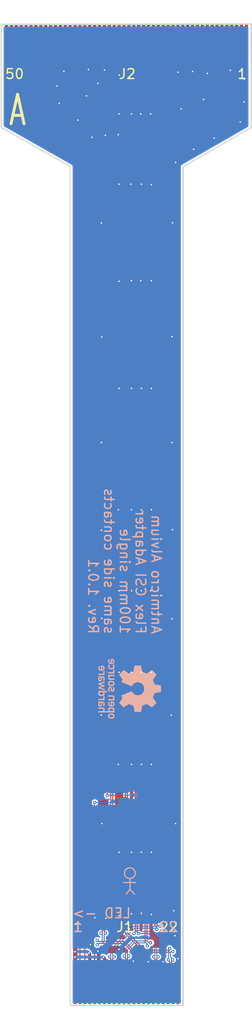
<source format=kicad_pcb>
(kicad_pcb (version 20171130) (host pcbnew 5.1.6+dfsg1-1~bpo10+1)
  (title_block (title "Antmicro Alvium flex CSI adapter") (rev 1.0.1) (comment 2 www.antmicro.com) (comment 3 "Antmicro Ltd."))
  (layers (0 F.Cu signal) (31 B.Cu signal) (34 B.Paste user) (35 F.Paste user) (36 B.SilkS user) (37 F.SilkS user) (38 B.Mask user) (39 F.Mask user) (44 Edge.Cuts user))
  (net 0 "")
  (net 1 "Net-(J2-Pad48)")
  (net 2 "Net-(J2-Pad47)")
  (net 3 "Net-(J2-Pad46)")
  (net 4 "Net-(J2-Pad45)")
  (net 5 "Net-(J2-Pad44)")
  (net 6 "Net-(J2-Pad43)")
  (net 7 "Net-(J2-Pad40)")
  (net 8 "Net-(J2-Pad39)")
  (net 9 "Net-(J2-Pad38)")
  (net 10 "Net-(J2-Pad37)")
  (net 11 "Net-(J2-Pad36)")
  (net 12 "Net-(J2-Pad35)")
  (net 13 "Net-(J2-Pad34)")
  (net 14 "Net-(J2-Pad33)")
  (net 15 "Net-(J2-Pad31)")
  (net 16 "Net-(J2-Pad17)")
  (net 17 "Net-(J2-Pad16)")
  (net 18 "Net-(J2-Pad14)")
  (net 19 "Net-(J2-Pad13)")
  (net 20 "Net-(J2-Pad11)")
  (net 21 "Net-(J2-Pad10)")
  (net 22 "Net-(J2-Pad8)")
  (net 23 "Net-(J2-Pad7)")
  (net 24 "Net-(J2-Pad6)")
  (net 25 "Net-(J2-Pad5)")
  (net 26 "Net-(J2-Pad4)")
  (net 27 "Net-(J2-Pad3)")
  (net 28 "Net-(J2-Pad2)")
  (net 29 "Net-(J2-Pad1)")
  (net 30 /GND)
  (net 31 /CSI0_D0_P)
  (net 32 /CSI0_D0_N)
  (net 33 /CSI0_D1_P)
  (net 34 /CSI0_D1_N)
  (net 35 /CSI0_CLK_P)
  (net 36 /CSI0_CLK_N)
  (net 37 /CSI1_D0_P)
  (net 38 /CSI1_D0_N)
  (net 39 /CSI1_D1_P)
  (net 40 /CSI1_D1_N)
  (net 41 /5V)
  (net 42 /GPIO3)
  (net 43 /GPIO2)
  (net 44 /SDA)
  (net 45 /SCL)
  (net 46 /VSYNC)
  (module antmicro-alvium-flex-csi-adapter-footprints:oshw-logo (layer B.Cu) (at 163.5 132.5 90)
    (fp_text reference N1 hide)
    (fp_text value oshw_logo hide)
  )
  (module antmicro-alvium-flex-csi-adapter-footprints:SC70-3 (layer B.Cu) (at 162.8 144 180)
    (fp_text reference Q1 hide)
    (fp_text value BSS138APW hide)
    (pad 1 smd rect (at -0.95 0.65 90) (size 0.4 0.5) (layers B.Cu B.Paste B.Mask) (net 46 /VSYNC))
    (pad 2 smd rect (at -0.95 -0.65 90) (size 0.4 0.5) (layers B.Cu B.Paste B.Mask) (net 30 /GND))
    (pad 3 smd rect (at 0.95 0 90) (size 0.4 0.5) (layers B.Cu B.Paste B.Mask) (net 43 /GPIO2))
  )
  (module antmicro-alvium-flex-csi-adapter-footprints:WE_687622100002_FLEX (layer F.Cu) (at 163.173 162.6985)
    (fp_text reference J1 (at -0.173 -5.8985) (layer F.SilkS))
    (fp_text value WE_687622100002_FLEX)
    (pad 1 smd rect (at -5.25 -0.05) (size 0.3 4) (layers F.Cu F.Paste F.Mask) (net 41 /5V))
    (pad 2 smd rect (at -4.75 -0.05) (size 0.3 4) (layers F.Cu F.Paste F.Mask) (net 45 /SCL))
    (pad 3 smd rect (at -4.25 -0.05) (size 0.3 4) (layers F.Cu F.Paste F.Mask) (net 44 /SDA))
    (pad 4 smd rect (at -3.75 -0.05) (size 0.3 4) (layers F.Cu F.Paste F.Mask) (net 41 /5V))
    (pad 5 smd rect (at -3.25 -0.05) (size 0.3 4) (layers F.Cu F.Paste F.Mask) (net 43 /GPIO2))
    (pad 6 smd rect (at -2.75 -0.05) (size 0.3 4) (layers F.Cu F.Paste F.Mask) (net 42 /GPIO3))
    (pad 7 smd rect (at -2.25 -0.05) (size 0.3 4) (layers F.Cu F.Paste F.Mask) (net 41 /5V))
    (pad 8 smd rect (at -1.75 -0.05) (size 0.3 4) (layers F.Cu F.Paste F.Mask) (net 40 /CSI1_D1_N))
    (pad 9 smd rect (at -1.25 -0.05) (size 0.3 4) (layers F.Cu F.Paste F.Mask) (net 39 /CSI1_D1_P))
    (pad 10 smd rect (at -0.75 -0.05) (size 0.3 4) (layers F.Cu F.Paste F.Mask) (net 30 /GND))
    (pad 11 smd rect (at -0.25 -0.05) (size 0.3 4) (layers F.Cu F.Paste F.Mask) (net 38 /CSI1_D0_N))
    (pad 12 smd rect (at 0.25 -0.05) (size 0.3 4) (layers F.Cu F.Paste F.Mask) (net 37 /CSI1_D0_P))
    (pad 13 smd rect (at 0.75 -0.05) (size 0.3 4) (layers F.Cu F.Paste F.Mask) (net 30 /GND))
    (pad 14 smd rect (at 1.25 -0.05) (size 0.3 4) (layers F.Cu F.Paste F.Mask) (net 36 /CSI0_CLK_N))
    (pad 15 smd rect (at 1.75 -0.05) (size 0.3 4) (layers F.Cu F.Paste F.Mask) (net 35 /CSI0_CLK_P))
    (pad 16 smd rect (at 2.25 -0.05) (size 0.3 4) (layers F.Cu F.Paste F.Mask) (net 30 /GND))
    (pad 17 smd rect (at 2.75 -0.05) (size 0.3 4) (layers F.Cu F.Paste F.Mask) (net 34 /CSI0_D1_N))
    (pad 18 smd rect (at 3.25 -0.05) (size 0.3 4) (layers F.Cu F.Paste F.Mask) (net 33 /CSI0_D1_P))
    (pad 19 smd rect (at 3.75 -0.05) (size 0.3 4) (layers F.Cu F.Paste F.Mask) (net 30 /GND))
    (pad 20 smd rect (at 4.25 -0.05) (size 0.3 4) (layers F.Cu F.Paste F.Mask) (net 32 /CSI0_D0_N))
    (pad 21 smd rect (at 4.75 -0.05) (size 0.3 4) (layers F.Cu F.Paste F.Mask) (net 31 /CSI0_D0_P))
    (pad 22 smd rect (at 5.25 -0.05) (size 0.3 4) (layers F.Cu F.Paste F.Mask) (net 30 /GND))
  )
  (module antmicro-alvium-flex-csi-adapter-footprints:WE_687650100002_FLEX (layer F.Cu) (at 163.173 66.75 180)
    (fp_text reference J2 (at -0.077 -3.048) (layer F.SilkS))
    (fp_text value WE_687650100002_FLEX)
    (pad 50 smd rect (at 12.25 0 180) (size 0.3 4) (layers F.Cu F.Paste F.Mask) (net 41 /5V))
    (pad 49 smd rect (at 11.75 0 180) (size 0.3 4) (layers F.Cu F.Paste F.Mask) (net 41 /5V))
    (pad 48 smd rect (at 11.25 0 180) (size 0.3 4) (layers F.Cu F.Paste F.Mask) (net 1 "Net-(J2-Pad48)"))
    (pad 47 smd rect (at 10.75 0 180) (size 0.3 4) (layers F.Cu F.Paste F.Mask) (net 2 "Net-(J2-Pad47)"))
    (pad 46 smd rect (at 10.25 0 180) (size 0.3 4) (layers F.Cu F.Paste F.Mask) (net 3 "Net-(J2-Pad46)"))
    (pad 45 smd rect (at 9.75 0 180) (size 0.3 4) (layers F.Cu F.Paste F.Mask) (net 4 "Net-(J2-Pad45)"))
    (pad 44 smd rect (at 9.25 0 180) (size 0.3 4) (layers F.Cu F.Paste F.Mask) (net 5 "Net-(J2-Pad44)"))
    (pad 43 smd rect (at 8.75 0 180) (size 0.3 4) (layers F.Cu F.Paste F.Mask) (net 6 "Net-(J2-Pad43)"))
    (pad 42 smd rect (at 8.25 0 180) (size 0.3 4) (layers F.Cu F.Paste F.Mask) (net 45 /SCL))
    (pad 41 smd rect (at 7.75 0 180) (size 0.3 4) (layers F.Cu F.Paste F.Mask) (net 44 /SDA))
    (pad 40 smd rect (at 7.25 0 180) (size 0.3 4) (layers F.Cu F.Paste F.Mask) (net 7 "Net-(J2-Pad40)"))
    (pad 39 smd rect (at 6.75 0 180) (size 0.3 4) (layers F.Cu F.Paste F.Mask) (net 8 "Net-(J2-Pad39)"))
    (pad 38 smd rect (at 6.25 0 180) (size 0.3 4) (layers F.Cu F.Paste F.Mask) (net 9 "Net-(J2-Pad38)"))
    (pad 37 smd rect (at 5.75 0 180) (size 0.3 4) (layers F.Cu F.Paste F.Mask) (net 10 "Net-(J2-Pad37)"))
    (pad 36 smd rect (at 5.25 0 180) (size 0.3 4) (layers F.Cu F.Paste F.Mask) (net 11 "Net-(J2-Pad36)"))
    (pad 35 smd rect (at 4.75 0 180) (size 0.3 4) (layers F.Cu F.Paste F.Mask) (net 12 "Net-(J2-Pad35)"))
    (pad 34 smd rect (at 4.25 0 180) (size 0.3 4) (layers F.Cu F.Paste F.Mask) (net 13 "Net-(J2-Pad34)"))
    (pad 33 smd rect (at 3.75 0 180) (size 0.3 4) (layers F.Cu F.Paste F.Mask) (net 14 "Net-(J2-Pad33)"))
    (pad 32 smd rect (at 3.25 0 180) (size 0.3 4) (layers F.Cu F.Paste F.Mask) (net 46 /VSYNC))
    (pad 31 smd rect (at 2.75 0 180) (size 0.3 4) (layers F.Cu F.Paste F.Mask) (net 15 "Net-(J2-Pad31)"))
    (pad 30 smd rect (at 2.25 0 180) (size 0.3 4) (layers F.Cu F.Paste F.Mask) (net 30 /GND))
    (pad 29 smd rect (at 1.75 0 180) (size 0.3 4) (layers F.Cu F.Paste F.Mask) (net 35 /CSI0_CLK_P))
    (pad 28 smd rect (at 1.25 0 180) (size 0.3 4) (layers F.Cu F.Paste F.Mask) (net 36 /CSI0_CLK_N))
    (pad 27 smd rect (at 0.75 0 180) (size 0.3 4) (layers F.Cu F.Paste F.Mask) (net 30 /GND))
    (pad 26 smd rect (at 0.25 0 180) (size 0.3 4) (layers F.Cu F.Paste F.Mask) (net 31 /CSI0_D0_P))
    (pad 25 smd rect (at -0.25 0 180) (size 0.3 4) (layers F.Cu F.Paste F.Mask) (net 32 /CSI0_D0_N))
    (pad 24 smd rect (at -0.75 0 180) (size 0.3 4) (layers F.Cu F.Paste F.Mask) (net 33 /CSI0_D1_P))
    (pad 23 smd rect (at -1.25 0 180) (size 0.3 4) (layers F.Cu F.Paste F.Mask) (net 34 /CSI0_D1_N))
    (pad 22 smd rect (at -1.75 0 180) (size 0.3 4) (layers F.Cu F.Paste F.Mask) (net 37 /CSI1_D0_P))
    (pad 21 smd rect (at -2.25 0 180) (size 0.3 4) (layers F.Cu F.Paste F.Mask) (net 38 /CSI1_D0_N))
    (pad 20 smd rect (at -2.75 0 180) (size 0.3 4) (layers F.Cu F.Paste F.Mask) (net 39 /CSI1_D1_P))
    (pad 19 smd rect (at -3.25 0 180) (size 0.3 4) (layers F.Cu F.Paste F.Mask) (net 40 /CSI1_D1_N))
    (pad 18 smd rect (at -3.75 0 180) (size 0.3 4) (layers F.Cu F.Paste F.Mask) (net 30 /GND))
    (pad 17 smd rect (at -4.25 0 180) (size 0.3 4) (layers F.Cu F.Paste F.Mask) (net 16 "Net-(J2-Pad17)"))
    (pad 16 smd rect (at -4.75 0 180) (size 0.3 4) (layers F.Cu F.Paste F.Mask) (net 17 "Net-(J2-Pad16)"))
    (pad 15 smd rect (at -5.25 0 180) (size 0.3 4) (layers F.Cu F.Paste F.Mask) (net 30 /GND))
    (pad 14 smd rect (at -5.75 0 180) (size 0.3 4) (layers F.Cu F.Paste F.Mask) (net 18 "Net-(J2-Pad14)"))
    (pad 13 smd rect (at -6.25 0 180) (size 0.3 4) (layers F.Cu F.Paste F.Mask) (net 19 "Net-(J2-Pad13)"))
    (pad 12 smd rect (at -6.75 0 180) (size 0.3 4) (layers F.Cu F.Paste F.Mask) (net 30 /GND))
    (pad 11 smd rect (at -7.25 0 180) (size 0.3 4) (layers F.Cu F.Paste F.Mask) (net 20 "Net-(J2-Pad11)"))
    (pad 10 smd rect (at -7.75 0 180) (size 0.3 4) (layers F.Cu F.Paste F.Mask) (net 21 "Net-(J2-Pad10)"))
    (pad 9 smd rect (at -8.25 0 180) (size 0.3 4) (layers F.Cu F.Paste F.Mask) (net 30 /GND))
    (pad 8 smd rect (at -8.75 0 180) (size 0.3 4) (layers F.Cu F.Paste F.Mask) (net 22 "Net-(J2-Pad8)"))
    (pad 7 smd rect (at -9.25 0 180) (size 0.3 4) (layers F.Cu F.Paste F.Mask) (net 23 "Net-(J2-Pad7)"))
    (pad 6 smd rect (at -9.75 0 180) (size 0.3 4) (layers F.Cu F.Paste F.Mask) (net 24 "Net-(J2-Pad6)"))
    (pad 5 smd rect (at -10.25 0 180) (size 0.3 4) (layers F.Cu F.Paste F.Mask) (net 25 "Net-(J2-Pad5)"))
    (pad 4 smd rect (at -10.75 0 180) (size 0.3 4) (layers F.Cu F.Paste F.Mask) (net 26 "Net-(J2-Pad4)"))
    (pad 3 smd rect (at -11.25 0 180) (size 0.3 4) (layers F.Cu F.Paste F.Mask) (net 27 "Net-(J2-Pad3)"))
    (pad 2 smd rect (at -11.75 0 180) (size 0.3 4) (layers F.Cu F.Paste F.Mask) (net 28 "Net-(J2-Pad2)"))
    (pad 1 smd rect (at -12.25 0 180) (size 0.3 4) (layers F.Cu F.Paste F.Mask) (net 29 "Net-(J2-Pad1)"))
  )
  (gr_line (start 163.5348 152.9734) (end 164.0048 153.4534) (layer B.SilkS) (width 0.12))
  (gr_line (start 164.1248 152.2634) (end 162.8848 152.2634) (layer B.SilkS) (width 0.12))
  (gr_text "LED ->" (at 163.7148 155.3934) (layer B.SilkS) (effects (font (size 1 1)) (justify left mirror)))
  (gr_line (start 163.5348 152.9734) (end 163.1348 153.4534) (layer B.SilkS) (width 0.12))
  (gr_line (start 163.5348 151.8734) (end 163.5348 152.9734) (layer B.SilkS) (width 0.12))
  (gr_circle (center 163.5148 151.3034) (end 163.1748 151.7334) (layer B.SilkS) (width 0.12))
  (gr_text "Antmicro Alvium\nFlex CSI Adapter\n100mm single\nsame side contacts\nRev. 1.0.1" (at 163 127 270) (layer B.SilkS) (effects (font (size 1 1)) (justify left mirror)))
  (gr_line (start 175.9 64.7) (end 175.929 75.25) (layer Edge.Cuts) (width 0.15))
  (gr_line (start 150.402 64.736) (end 175.9 64.7) (layer Edge.Cuts) (width 0.15))
  (gr_text A (at 152.05 73.5) (layer F.SilkS) (effects (font (size 3 2) (thickness 0.3))))
  (gr_text 1 (at 158.2 156.8) (layer B.SilkS) (effects (font (size 1 1)) (justify mirror)))
  (gr_text 22 (at 167.475 156.8) (layer B.SilkS) (effects (font (size 1 1)) (justify mirror)))
  (gr_text 1 (at 174.984 69.798) (layer F.SilkS) (effects (font (size 1 1))))
  (gr_text 50 (at 151.75 69.798) (layer F.SilkS) (effects (font (size 1 1))))
  (gr_text 1 (at 158.225 156.8) (layer F.SilkS) (effects (font (size 1 1))))
  (gr_text 22 (at 167.475 156.8) (layer F.SilkS) (effects (font (size 1 1))))
  (gr_line (start 168.952 79.25) (end 175.929 75.25) (layer Edge.Cuts) (width 0.15))
  (gr_line (start 150.402 64.736) (end 150.402 75.25) (layer Edge.Cuts) (width 0.15))
  (gr_line (start 157.452 164.786) (end 168.952 164.786) (layer Edge.Cuts) (width 0.15))
  (gr_line (start 157.452 164.786) (end 157.452 79.25) (layer Edge.Cuts) (width 0.15))
  (gr_line (start 175.902 64.736) (end 175.902 75.286) (layer F.SilkS) (width 0.15))
  (gr_line (start 168.952 164.786) (end 168.952 79.25) (layer Edge.Cuts) (width 0.15))
  (gr_line (start 150.402 75.25) (end 157.452 79.25) (layer Edge.Cuts) (width 0.15))
  (via (at 156.782 69.516) (size 0.35) (drill 0.15) (layers F.Cu B.Cu) (net 30))
  (via (at 162.411 73.862) (size 0.35) (drill 0.15) (layers F.Cu B.Cu) (net 30))
  (via (at 163.681 73.862) (size 0.35) (drill 0.15) (layers F.Cu B.Cu) (net 30))
  (via (at 164.6335 73.862) (size 0.35) (drill 0.15) (layers F.Cu B.Cu) (net 30))
  (via (at 165.6495 73.862) (size 0.35) (drill 0.15) (layers F.Cu B.Cu) (net 30))
  (via (at 156.315 72.7825) (size 0.35) (drill 0.15) (layers F.Cu B.Cu) (net 30))
  (via (at 158.22 74.497) (size 0.35) (drill 0.15) (layers F.Cu B.Cu) (net 30))
  (via (at 173.7775 69.417) (size 0.35) (drill 0.15) (layers F.Cu B.Cu) (net 30))
  (via (at 175.1745 70.306) (size 0.35) (drill 0.15) (layers F.Cu B.Cu) (net 30))
  (via (at 174.7935 74.6875) (size 0.35) (drill 0.15) (layers F.Cu B.Cu) (net 30))
  (via (at 172.1265 76.3385) (size 0.35) (drill 0.15) (layers F.Cu B.Cu) (net 30))
  (via (at 170.031 77.4815) (size 0.35) (drill 0.15) (layers F.Cu B.Cu) (net 30))
  (via (at 168.1895 78.815) (size 0.35) (drill 0.15) (layers F.Cu B.Cu) (net 30))
  (via (at 168.761 73.354) (size 0.35) (drill 0.15) (layers F.Cu B.Cu) (net 30))
  (via (at 171.047 72.4015) (size 0.35) (drill 0.15) (layers F.Cu B.Cu) (net 30))
  (via (at 162.411 81.0375) (size 0.35) (drill 0.15) (layers F.Cu B.Cu) (net 30))
  (via (at 163.6175 81.0375) (size 0.35) (drill 0.15) (layers F.Cu B.Cu) (net 30))
  (via (at 164.697 81.0375) (size 0.35) (drill 0.15) (layers F.Cu B.Cu) (net 30))
  (via (at 165.713 81.101) (size 0.35) (drill 0.15) (layers F.Cu B.Cu) (net 30))
  (via (at 167.872 84.9745) (size 0.35) (drill 0.15) (layers F.Cu B.Cu) (net 30))
  (via (at 167.8085 96.595) (size 0.35) (drill 0.15) (layers F.Cu B.Cu) (net 30))
  (via (at 162.411 90.9435) (size 0.35) (drill 0.15) (layers F.Cu B.Cu) (net 30))
  (via (at 163.681 90.88) (size 0.35) (drill 0.15) (layers F.Cu B.Cu) (net 30))
  (via (at 164.6335 90.88) (size 0.35) (drill 0.15) (layers F.Cu B.Cu) (net 30))
  (via (at 165.713 90.88) (size 0.35) (drill 0.15) (layers F.Cu B.Cu) (net 30))
  (via (at 162.411 101.8655) (size 0.35) (drill 0.15) (layers F.Cu B.Cu) (net 30))
  (via (at 163.681 101.8655) (size 0.35) (drill 0.15) (layers F.Cu B.Cu) (net 30))
  (via (at 164.697 101.8655) (size 0.35) (drill 0.15) (layers F.Cu B.Cu) (net 30))
  (via (at 165.713 101.8655) (size 0.35) (drill 0.15) (layers F.Cu B.Cu) (net 30))
  (via (at 167.8085 107.39) (size 0.35) (drill 0.15) (layers F.Cu B.Cu) (net 30))
  (via (at 162.3475 114.248) (size 0.35) (drill 0.15) (layers F.Cu B.Cu) (net 30))
  (via (at 163.681 114.248) (size 0.35) (drill 0.15) (layers F.Cu B.Cu) (net 30))
  (via (at 164.697 114.248) (size 0.35) (drill 0.15) (layers F.Cu B.Cu) (net 30))
  (via (at 165.713 114.248) (size 0.35) (drill 0.15) (layers F.Cu B.Cu) (net 30))
  (via (at 167.872 116.28) (size 0.35) (drill 0.15) (layers F.Cu B.Cu) (net 30))
  (via (at 162.411 122.503) (size 0.35) (drill 0.15) (layers F.Cu B.Cu) (net 30))
  (via (at 163.681 122.503) (size 0.35) (drill 0.15) (layers F.Cu B.Cu) (net 30))
  (via (at 164.697 122.503) (size 0.35) (drill 0.15) (layers F.Cu B.Cu) (net 30))
  (via (at 165.6495 122.503) (size 0.35) (drill 0.15) (layers F.Cu B.Cu) (net 30))
  (via (at 167.8085 125.3605) (size 0.35) (drill 0.15) (layers F.Cu B.Cu) (net 30))
  (via (at 167.745 135.203) (size 0.35) (drill 0.15) (layers F.Cu B.Cu) (net 30))
  (via (at 162.411 130.8215) (size 0.35) (drill 0.15) (layers F.Cu B.Cu) (net 30))
  (via (at 163.681 130.8215) (size 0.35) (drill 0.15) (layers F.Cu B.Cu) (net 30))
  (via (at 164.697 130.8215) (size 0.35) (drill 0.15) (layers F.Cu B.Cu) (net 30))
  (via (at 165.713 130.8215) (size 0.35) (drill 0.15) (layers F.Cu B.Cu) (net 30))
  (via (at 162.3475 140.2195) (size 0.35) (drill 0.15) (layers F.Cu B.Cu) (net 30))
  (via (at 163.681 140.2195) (size 0.35) (drill 0.15) (layers F.Cu B.Cu) (net 30))
  (via (at 164.697 140.2195) (size 0.35) (drill 0.15) (layers F.Cu B.Cu) (net 30))
  (via (at 165.713 140.2195) (size 0.35) (drill 0.15) (layers F.Cu B.Cu) (net 30))
  (via (at 168.1895 146.252) (size 0.35) (drill 0.15) (layers F.Cu B.Cu) (net 30))
  (via (at 167.999 155.142) (size 0.35) (drill 0.15) (layers F.Cu B.Cu) (net 30))
  (via (at 162.411 149.173) (size 0.35) (drill 0.15) (layers F.Cu B.Cu) (net 30))
  (via (at 163.681 149.173) (size 0.35) (drill 0.15) (layers F.Cu B.Cu) (net 30))
  (via (at 164.697 149.173) (size 0.35) (drill 0.15) (layers F.Cu B.Cu) (net 30))
  (via (at 165.713 149.173) (size 0.35) (drill 0.15) (layers F.Cu B.Cu) (net 30))
  (via (at 162.411 155.65) (size 0.35) (drill 0.15) (layers F.Cu B.Cu) (net 30))
  (via (at 163.681 155.4595) (size 0.35) (drill 0.15) (layers F.Cu B.Cu) (net 30))
  (via (at 164.697 155.396) (size 0.35) (drill 0.15) (layers F.Cu B.Cu) (net 30))
  (via (at 165.713 155.523) (size 0.35) (drill 0.15) (layers F.Cu B.Cu) (net 30))
  (via (at 168.126 157.682) (size 0.35) (drill 0.15) (layers F.Cu B.Cu) (net 30))
  (via (at 160.252 159.2695) (size 0.35) (drill 0.15) (layers F.Cu B.Cu) (net 30))
  (via (at 159.5 158.6) (size 0.35) (drill 0.15) (layers F.Cu B.Cu) (net 30))
  (via (at 159.9472 155.8532) (size 0.35) (drill 0.15) (layers F.Cu B.Cu) (net 30))
  (via (at 161.0648 155.904) (size 0.35) (drill 0.15) (layers F.Cu B.Cu) (net 30))
  (via (at 161.014 76.0464) (size 0.35) (drill 0.15) (layers F.Cu B.Cu) (net 30))
  (via (at 162.3348 75.9956) (size 0.35) (drill 0.15) (layers F.Cu B.Cu) (net 30))
  (via (at 159.6424 76.2496) (size 0.35) (drill 0.15) (layers F.Cu B.Cu) (net 30))
  (via (at 160.252 70.7632) (size 0.35) (drill 0.15) (layers F.Cu B.Cu) (net 30))
  (via (at 159.2868 69.3408) (size 0.35) (drill 0.15) (layers F.Cu B.Cu) (net 30))
  (via (at 159.0836 72.0332) (size 0.35) (drill 0.15) (layers F.Cu B.Cu) (net 30))
  (via (at 156.0864 71.0172) (size 0.35) (drill 0.15) (layers F.Cu B.Cu) (net 30))
  (via (at 175.1872 72.6428) (size 0.35) (drill 0.15) (layers F.Cu B.Cu) (net 30))
  (via (at 160.6584 146.252) (size 0.35) (drill 0.15) (layers F.Cu B.Cu) (net 30))
  (via (at 160.6076 135.1776) (size 0.35) (drill 0.15) (layers F.Cu B.Cu) (net 30))
  (via (at 160.6584 125.3224) (size 0.35) (drill 0.15) (layers F.Cu B.Cu) (net 30))
  (via (at 160.6076 116.3308) (size 0.35) (drill 0.15) (layers F.Cu B.Cu) (net 30))
  (via (at 160.6076 107.39) (size 0.35) (drill 0.15) (layers F.Cu B.Cu) (net 30))
  (via (at 160.6584 96.6204) (size 0.35) (drill 0.15) (layers F.Cu B.Cu) (net 30))
  (via (at 160.6076 84.9872) (size 0.35) (drill 0.15) (layers F.Cu B.Cu) (net 30))
  (segment (start 171.423 66.75) (end 171.423 69.7395) (width 0.3) (layer F.Cu) (net 30))
  (segment (start 168.423 66.75) (end 168.423 69.615) (width 0.3) (layer F.Cu) (net 30))
  (segment (start 166.923 66.75) (end 166.923 69.467) (width 0.3) (layer F.Cu) (net 30))
  (segment (start 160.923 66.75) (end 160.923 69.385) (width 0.3) (layer F.Cu) (net 30))
  (segment (start 169.923 66.75) (end 169.923 69.547) (width 0.3) (layer F.Cu) (net 30))
  (via (at 166.9195 160.349) (size 0.35) (drill 0.15) (layers F.Cu B.Cu) (net 30))
  (segment (start 166.923 162.6485) (end 166.923 160.3525) (width 0.3) (layer F.Cu) (net 30))
  (segment (start 166.923 160.3525) (end 166.9195 160.349) (width 0.3) (layer F.Cu) (net 30))
  (via (at 165.3955 160.349) (size 0.35) (drill 0.15) (layers F.Cu B.Cu) (net 30))
  (segment (start 165.423 162.6485) (end 165.423 160.3765) (width 0.3) (layer F.Cu) (net 30))
  (segment (start 165.423 160.3765) (end 165.3955 160.349) (width 0.3) (layer F.Cu) (net 30))
  (via (at 163.8715 160.2855) (size 0.35) (drill 0.15) (layers F.Cu B.Cu) (net 30))
  (segment (start 163.923 162.6485) (end 163.923 160.337) (width 0.3) (layer F.Cu) (net 30))
  (segment (start 163.923 160.337) (end 163.8715 160.2855) (width 0.3) (layer F.Cu) (net 30))
  (via (at 168.423 69.615) (size 0.35) (drill 0.15) (layers F.Cu B.Cu) (net 30))
  (via (at 169.923 69.547) (size 0.35) (drill 0.15) (layers F.Cu B.Cu) (net 30))
  (segment (start 171.423 69.7395) (end 171.423 69.877) (width 0.3) (layer F.Cu) (net 30))
  (via (at 171.423 69.7395) (size 0.35) (drill 0.15) (layers F.Cu B.Cu) (net 30))
  (via (at 162.411 159.079) (size 0.35) (drill 0.15) (layers F.Cu B.Cu) (net 30))
  (segment (start 162.423 69.913) (end 162.423 70.3575) (width 0.5) (layer F.Cu) (net 30))
  (via (at 162.423 69.913) (size 0.35) (drill 0.15) (layers F.Cu B.Cu) (net 30))
  (segment (start 162.423 66.9285) (end 162.423 69.913) (width 0.3) (layer F.Cu) (net 30))
  (segment (start 162.423 66.75) (end 162.423 66.9285) (width 0.3) (layer F.Cu) (net 30))
  (via (at 160.923 69.385) (size 0.35) (drill 0.15) (layers F.Cu B.Cu) (net 30))
  (via (at 168.4308 160.0188) (size 0.35) (drill 0.15) (layers F.Cu B.Cu) (net 30))
  (segment (start 168.423 162.6485) (end 168.423 160.0266) (width 0.3) (layer F.Cu) (net 30))
  (segment (start 168.423 160.0266) (end 168.4308 160.0188) (width 0.3) (layer F.Cu) (net 30))
  (segment (start 162.423 159.091) (end 162.423 159.877) (width 0.3) (layer F.Cu) (net 30))
  (segment (start 162.423 162.6485) (end 162.423 159.877) (width 0.3) (layer F.Cu) (net 30))
  (segment (start 163.75 144.65) (end 162.65 144.65) (width 0.5) (layer B.Cu) (net 30))
  (segment (start 163.75 144.65) (end 163.75 145.55) (width 0.5) (layer B.Cu) (net 30))
  (segment (start 163.75 144.65) (end 164.65 144.65) (width 0.5) (layer B.Cu) (net 30))
  (segment (start 167.923 162.6485) (end 167.923 160.7985) (width 0.1) (layer F.Cu) (net 31))
  (segment (start 167.923 160.7985) (end 167.773 160.6485) (width 0.1) (layer F.Cu) (net 31))
  (segment (start 167.773 160.6485) (end 167.773 160.273498) (width 0.1) (layer F.Cu) (net 31))
  (via (at 167.898 160.148498) (size 0.35) (drill 0.15) (layers F.Cu B.Cu) (net 31))
  (segment (start 167.773 160.273498) (end 167.898 160.148498) (width 0.1) (layer F.Cu) (net 31))
  (segment (start 167.898 160.148498) (end 167.773 160.023498) (width 0.1) (layer B.Cu) (net 31))
  (via (at 167.9041 159.3016) (size 0.35) (drill 0.15) (layers F.Cu B.Cu) (net 31))
  (segment (start 167.727322 159.3016) (end 167.648 159.380922) (width 0.1) (layer B.Cu) (net 31))
  (segment (start 167.9041 159.3016) (end 167.727322 159.3016) (width 0.1) (layer B.Cu) (net 31))
  (segment (start 167.648 159.380922) (end 167.648 159.815642) (width 0.1) (layer B.Cu) (net 31))
  (segment (start 167.648 159.815642) (end 167.773008 159.94065) (width 0.1) (layer B.Cu) (net 31))
  (segment (start 167.773008 159.94065) (end 167.773008 160.023506) (width 0.1) (layer B.Cu) (net 31))
  (segment (start 167.773008 160.023506) (end 167.898 160.148498) (width 0.1) (layer B.Cu) (net 31))
  (segment (start 163.656657 75.579328) (end 163.656657 75.595672) (width 0.1) (layer F.Cu) (net 31))
  (segment (start 163.653101 75.547768) (end 163.656657 75.579328) (width 0.1) (layer F.Cu) (net 31))
  (segment (start 163.625714 75.490899) (end 163.642611 75.517791) (width 0.1) (layer F.Cu) (net 31))
  (segment (start 163.576365 75.451545) (end 163.603257 75.468442) (width 0.1) (layer F.Cu) (net 31))
  (segment (start 162.326035 75.404841) (end 162.395737 75.429231) (width 0.1) (layer F.Cu) (net 31))
  (segment (start 162.21129 75.313336) (end 162.263507 75.365553) (width 0.1) (layer F.Cu) (net 31))
  (segment (start 167.659422 159.3695) (end 167.727322 159.3016) (width 0.1) (layer F.Cu) (net 31))
  (segment (start 162.172002 75.250808) (end 162.21129 75.313336) (width 0.1) (layer F.Cu) (net 31))
  (segment (start 162.147612 75.181106) (end 162.172002 75.250808) (width 0.1) (layer F.Cu) (net 31))
  (segment (start 162.139343 75.107724) (end 162.147612 75.181106) (width 0.1) (layer F.Cu) (net 31))
  (segment (start 162.147612 74.993893) (end 162.139343 75.067275) (width 0.1) (layer F.Cu) (net 31))
  (segment (start 163.073 157.469422) (end 164.973078 159.3695) (width 0.1) (layer F.Cu) (net 31))
  (segment (start 163.546388 75.441055) (end 163.576365 75.451545) (width 0.1) (layer F.Cu) (net 31))
  (segment (start 162.395737 75.429231) (end 162.469119 75.4375) (width 0.1) (layer F.Cu) (net 31))
  (segment (start 163.656657 75.595672) (end 163.653101 75.627231) (width 0.1) (layer F.Cu) (net 31))
  (segment (start 162.988083 74.722645) (end 162.956379 74.733739) (width 0.1) (layer F.Cu) (net 31))
  (segment (start 163.514829 75.4375) (end 163.546388 75.441055) (width 0.1) (layer F.Cu) (net 31))
  (segment (start 162.923 66.75) (end 162.923 69.750001) (width 0.1) (layer F.Cu) (net 31))
  (segment (start 162.263507 75.365553) (end 162.326035 75.404841) (width 0.1) (layer F.Cu) (net 31))
  (segment (start 162.326035 74.770158) (end 162.263507 74.809446) (width 0.1) (layer F.Cu) (net 31))
  (segment (start 163.081075 75.987907) (end 163.073 76.059576) (width 0.1) (layer F.Cu) (net 31))
  (segment (start 162.923 74.7375) (end 162.469119 74.7375) (width 0.1) (layer F.Cu) (net 31))
  (segment (start 162.956379 74.733739) (end 162.923 74.7375) (width 0.1) (layer F.Cu) (net 31))
  (segment (start 163.06924 74.620878) (end 163.058146 74.652582) (width 0.1) (layer F.Cu) (net 31))
  (segment (start 162.923 69.750001) (end 163.073 69.900001) (width 0.1) (layer F.Cu) (net 31))
  (segment (start 162.139343 75.067275) (end 162.139343 75.107724) (width 0.1) (layer F.Cu) (net 31))
  (segment (start 163.073 69.900001) (end 163.073 74.5875) (width 0.1) (layer F.Cu) (net 31))
  (segment (start 163.016524 74.704774) (end 162.988083 74.722645) (width 0.1) (layer F.Cu) (net 31))
  (segment (start 163.058146 74.652582) (end 163.040275 74.681023) (width 0.1) (layer F.Cu) (net 31))
  (segment (start 163.625714 75.6841) (end 163.603257 75.706557) (width 0.1) (layer F.Cu) (net 31))
  (segment (start 163.143266 75.858764) (end 163.104895 75.919832) (width 0.1) (layer F.Cu) (net 31))
  (segment (start 163.040275 74.681023) (end 163.016524 74.704774) (width 0.1) (layer F.Cu) (net 31))
  (segment (start 162.21129 74.861663) (end 162.172002 74.924191) (width 0.1) (layer F.Cu) (net 31))
  (segment (start 163.194264 75.807766) (end 163.143266 75.858764) (width 0.1) (layer F.Cu) (net 31))
  (segment (start 163.642611 75.517791) (end 163.653101 75.547768) (width 0.1) (layer F.Cu) (net 31))
  (segment (start 162.469119 74.7375) (end 162.395737 74.745768) (width 0.1) (layer F.Cu) (net 31))
  (segment (start 163.323407 75.745575) (end 163.255332 75.769395) (width 0.1) (layer F.Cu) (net 31))
  (segment (start 162.263507 74.809446) (end 162.21129 74.861663) (width 0.1) (layer F.Cu) (net 31))
  (segment (start 162.395737 74.745768) (end 162.326035 74.770158) (width 0.1) (layer F.Cu) (net 31))
  (segment (start 163.653101 75.627231) (end 163.642611 75.657208) (width 0.1) (layer F.Cu) (net 31))
  (segment (start 164.973078 159.3695) (end 167.659422 159.3695) (width 0.1) (layer F.Cu) (net 31))
  (segment (start 163.642611 75.657208) (end 163.625714 75.6841) (width 0.1) (layer F.Cu) (net 31))
  (segment (start 163.603257 75.706557) (end 163.576365 75.723454) (width 0.1) (layer F.Cu) (net 31))
  (segment (start 162.172002 74.924191) (end 162.147612 74.993893) (width 0.1) (layer F.Cu) (net 31))
  (segment (start 163.576365 75.723454) (end 163.546388 75.733944) (width 0.1) (layer F.Cu) (net 31))
  (segment (start 163.546388 75.733944) (end 163.514829 75.7375) (width 0.1) (layer F.Cu) (net 31))
  (segment (start 163.514829 75.7375) (end 163.395076 75.7375) (width 0.1) (layer F.Cu) (net 31))
  (segment (start 163.395076 75.7375) (end 163.323407 75.745575) (width 0.1) (layer F.Cu) (net 31))
  (segment (start 162.469119 75.4375) (end 163.514829 75.4375) (width 0.1) (layer F.Cu) (net 31))
  (segment (start 163.255332 75.769395) (end 163.194264 75.807766) (width 0.1) (layer F.Cu) (net 31))
  (segment (start 163.104895 75.919832) (end 163.081075 75.987907) (width 0.1) (layer F.Cu) (net 31))
  (segment (start 167.727322 159.3016) (end 167.9041 159.3016) (width 0.1) (layer F.Cu) (net 31))
  (segment (start 163.073 76.059576) (end 163.073 157.469422) (width 0.1) (layer F.Cu) (net 31))
  (segment (start 163.073 74.5875) (end 163.06924 74.620878) (width 0.1) (layer F.Cu) (net 31))
  (segment (start 163.603257 75.468442) (end 163.625714 75.490899) (width 0.1) (layer F.Cu) (net 31))
  (segment (start 167.573 160.273498) (end 167.448 160.148498) (width 0.1) (layer F.Cu) (net 32))
  (segment (start 167.573 160.6485) (end 167.573 160.273498) (width 0.1) (layer F.Cu) (net 32))
  (segment (start 167.423 160.7985) (end 167.573 160.6485) (width 0.1) (layer F.Cu) (net 32))
  (segment (start 167.423 162.6485) (end 167.423 160.7985) (width 0.1) (layer F.Cu) (net 32))
  (via (at 167.448 160.148498) (size 0.35) (drill 0.15) (layers F.Cu B.Cu) (net 32))
  (via (at 167.5859 158.9834) (size 0.35) (drill 0.15) (layers F.Cu B.Cu) (net 32))
  (segment (start 167.448 159.298078) (end 167.448 160.148498) (width 0.1) (layer B.Cu) (net 32))
  (segment (start 167.5859 159.160178) (end 167.448 159.298078) (width 0.1) (layer B.Cu) (net 32))
  (segment (start 167.5859 158.9834) (end 167.5859 159.160178) (width 0.1) (layer B.Cu) (net 32))
  (segment (start 167.5859 159.160178) (end 167.5859 158.9834) (width 0.1) (layer F.Cu) (net 32))
  (segment (start 167.576578 159.1695) (end 167.5859 159.160178) (width 0.1) (layer F.Cu) (net 32))
  (segment (start 165.055922 159.1695) (end 167.576578 159.1695) (width 0.1) (layer F.Cu) (net 32))
  (segment (start 163.276134 76.783684) (end 163.273 76.8115) (width 0.1) (layer F.Cu) (net 32))
  (segment (start 163.78639 75.358764) (end 163.824761 75.419832) (width 0.1) (layer F.Cu) (net 32))
  (segment (start 163.735392 75.307766) (end 163.78639 75.358764) (width 0.1) (layer F.Cu) (net 32))
  (segment (start 163.606249 75.245575) (end 163.674324 75.269395) (width 0.1) (layer F.Cu) (net 32))
  (segment (start 162.455965 75.233739) (end 162.489343 75.2375) (width 0.1) (layer F.Cu) (net 32))
  (segment (start 162.39582 75.204774) (end 162.424261 75.222645) (width 0.1) (layer F.Cu) (net 32))
  (segment (start 163.201054 74.813336) (end 163.148837 74.865553) (width 0.1) (layer F.Cu) (net 32))
  (segment (start 163.273 157.386578) (end 165.055922 159.1695) (width 0.1) (layer F.Cu) (net 32))
  (segment (start 163.856657 75.559576) (end 163.856657 75.615423) (width 0.1) (layer F.Cu) (net 32))
  (segment (start 162.424261 75.222645) (end 162.455965 75.233739) (width 0.1) (layer F.Cu) (net 32))
  (segment (start 163.824761 75.419832) (end 163.848581 75.487907) (width 0.1) (layer F.Cu) (net 32))
  (segment (start 163.276555 76.047768) (end 163.273 76.079328) (width 0.1) (layer F.Cu) (net 32))
  (segment (start 162.354198 75.022417) (end 162.343104 75.054121) (width 0.1) (layer F.Cu) (net 32))
  (segment (start 163.674324 75.269395) (end 163.735392 75.307766) (width 0.1) (layer F.Cu) (net 32))
  (segment (start 163.414828 75.9375) (end 163.383268 75.941055) (width 0.1) (layer F.Cu) (net 32))
  (segment (start 163.264732 74.681106) (end 163.240342 74.750808) (width 0.1) (layer F.Cu) (net 32))
  (segment (start 162.343104 75.120878) (end 162.354198 75.152582) (width 0.1) (layer F.Cu) (net 32))
  (segment (start 163.273 69.900001) (end 163.273 74.607724) (width 0.1) (layer F.Cu) (net 32))
  (segment (start 163.276134 76.339315) (end 163.285378 76.365735) (width 0.1) (layer F.Cu) (net 32))
  (segment (start 162.372069 75.181023) (end 162.39582 75.204774) (width 0.1) (layer F.Cu) (net 32))
  (segment (start 163.016607 74.929231) (end 162.943225 74.9375) (width 0.1) (layer F.Cu) (net 32))
  (segment (start 163.240342 74.750808) (end 163.201054 74.813336) (width 0.1) (layer F.Cu) (net 32))
  (segment (start 163.370184 76.433365) (end 163.398 76.4365) (width 0.1) (layer F.Cu) (net 32))
  (segment (start 163.674324 75.905604) (end 163.606249 75.929424) (width 0.1) (layer F.Cu) (net 32))
  (segment (start 163.423 66.75) (end 163.423 69.750001) (width 0.1) (layer F.Cu) (net 32))
  (segment (start 163.273 74.607724) (end 163.264732 74.681106) (width 0.1) (layer F.Cu) (net 32))
  (segment (start 163.59556 76.533684) (end 163.598695 76.5615) (width 0.1) (layer F.Cu) (net 32))
  (segment (start 162.424261 74.952354) (end 162.39582 74.970225) (width 0.1) (layer F.Cu) (net 32))
  (segment (start 163.320063 76.409228) (end 163.343764 76.424121) (width 0.1) (layer F.Cu) (net 32))
  (segment (start 162.339343 75.0875) (end 162.343104 75.120878) (width 0.1) (layer F.Cu) (net 32))
  (segment (start 162.943225 74.9375) (end 162.489343 74.9375) (width 0.1) (layer F.Cu) (net 32))
  (segment (start 163.148837 74.865553) (end 163.086309 74.904841) (width 0.1) (layer F.Cu) (net 32))
  (segment (start 163.423 69.750001) (end 163.273 69.900001) (width 0.1) (layer F.Cu) (net 32))
  (segment (start 162.455965 74.94126) (end 162.424261 74.952354) (width 0.1) (layer F.Cu) (net 32))
  (segment (start 162.354198 75.152582) (end 162.372069 75.181023) (width 0.1) (layer F.Cu) (net 32))
  (segment (start 163.086309 74.904841) (end 163.016607 74.929231) (width 0.1) (layer F.Cu) (net 32))
  (segment (start 162.39582 74.970225) (end 162.372069 74.993976) (width 0.1) (layer F.Cu) (net 32))
  (segment (start 162.489343 75.2375) (end 163.53458 75.2375) (width 0.1) (layer F.Cu) (net 32))
  (segment (start 162.372069 74.993976) (end 162.354198 75.022417) (width 0.1) (layer F.Cu) (net 32))
  (segment (start 163.824761 75.755167) (end 163.78639 75.816235) (width 0.1) (layer F.Cu) (net 32))
  (segment (start 163.735392 75.867233) (end 163.674324 75.905604) (width 0.1) (layer F.Cu) (net 32))
  (segment (start 163.370184 76.689634) (end 163.343764 76.698878) (width 0.1) (layer F.Cu) (net 32))
  (segment (start 163.383268 75.941055) (end 163.353291 75.951545) (width 0.1) (layer F.Cu) (net 32))
  (segment (start 163.50151 76.683365) (end 163.473695 76.6865) (width 0.1) (layer F.Cu) (net 32))
  (segment (start 163.856657 75.615423) (end 163.848581 75.687092) (width 0.1) (layer F.Cu) (net 32))
  (segment (start 163.353291 75.951545) (end 163.326399 75.968442) (width 0.1) (layer F.Cu) (net 32))
  (segment (start 163.285378 76.757264) (end 163.276134 76.783684) (width 0.1) (layer F.Cu) (net 32))
  (segment (start 163.326399 75.968442) (end 163.303942 75.990899) (width 0.1) (layer F.Cu) (net 32))
  (segment (start 163.303942 75.990899) (end 163.287045 76.017791) (width 0.1) (layer F.Cu) (net 32))
  (segment (start 163.571423 76.639436) (end 163.551631 76.659228) (width 0.1) (layer F.Cu) (net 32))
  (segment (start 163.287045 76.017791) (end 163.276555 76.047768) (width 0.1) (layer F.Cu) (net 32))
  (segment (start 163.52793 76.448878) (end 163.551631 76.463771) (width 0.1) (layer F.Cu) (net 32))
  (segment (start 163.78639 75.816235) (end 163.735392 75.867233) (width 0.1) (layer F.Cu) (net 32))
  (segment (start 163.273 76.3115) (end 163.276134 76.339315) (width 0.1) (layer F.Cu) (net 32))
  (segment (start 163.848581 75.487907) (end 163.856657 75.559576) (width 0.1) (layer F.Cu) (net 32))
  (segment (start 163.285378 76.365735) (end 163.300271 76.389436) (width 0.1) (layer F.Cu) (net 32))
  (segment (start 163.300271 76.389436) (end 163.320063 76.409228) (width 0.1) (layer F.Cu) (net 32))
  (segment (start 163.848581 75.687092) (end 163.824761 75.755167) (width 0.1) (layer F.Cu) (net 32))
  (segment (start 163.343764 76.424121) (end 163.370184 76.433365) (width 0.1) (layer F.Cu) (net 32))
  (segment (start 163.273 76.8115) (end 163.273 157.386578) (width 0.1) (layer F.Cu) (net 32))
  (segment (start 163.551631 76.463771) (end 163.571423 76.483563) (width 0.1) (layer F.Cu) (net 32))
  (segment (start 163.273 76.079328) (end 163.273 76.3115) (width 0.1) (layer F.Cu) (net 32))
  (segment (start 163.473695 76.6865) (end 163.398 76.6865) (width 0.1) (layer F.Cu) (net 32))
  (segment (start 163.473695 76.4365) (end 163.50151 76.439634) (width 0.1) (layer F.Cu) (net 32))
  (segment (start 163.50151 76.439634) (end 163.52793 76.448878) (width 0.1) (layer F.Cu) (net 32))
  (segment (start 163.53458 75.2375) (end 163.606249 75.245575) (width 0.1) (layer F.Cu) (net 32))
  (segment (start 163.571423 76.483563) (end 163.586316 76.507264) (width 0.1) (layer F.Cu) (net 32))
  (segment (start 163.59556 76.589315) (end 163.586316 76.615735) (width 0.1) (layer F.Cu) (net 32))
  (segment (start 163.598695 76.5615) (end 163.59556 76.589315) (width 0.1) (layer F.Cu) (net 32))
  (segment (start 163.586316 76.615735) (end 163.571423 76.639436) (width 0.1) (layer F.Cu) (net 32))
  (segment (start 163.551631 76.659228) (end 163.52793 76.674121) (width 0.1) (layer F.Cu) (net 32))
  (segment (start 163.52793 76.674121) (end 163.50151 76.683365) (width 0.1) (layer F.Cu) (net 32))
  (segment (start 162.343104 75.054121) (end 162.339343 75.0875) (width 0.1) (layer F.Cu) (net 32))
  (segment (start 163.398 76.4365) (end 163.473695 76.4365) (width 0.1) (layer F.Cu) (net 32))
  (segment (start 163.398 76.6865) (end 163.370184 76.689634) (width 0.1) (layer F.Cu) (net 32))
  (segment (start 163.586316 76.507264) (end 163.59556 76.533684) (width 0.1) (layer F.Cu) (net 32))
  (segment (start 163.606249 75.929424) (end 163.53458 75.9375) (width 0.1) (layer F.Cu) (net 32))
  (segment (start 163.343764 76.698878) (end 163.320063 76.713771) (width 0.1) (layer F.Cu) (net 32))
  (segment (start 162.489343 74.9375) (end 162.455965 74.94126) (width 0.1) (layer F.Cu) (net 32))
  (segment (start 163.320063 76.713771) (end 163.300271 76.733563) (width 0.1) (layer F.Cu) (net 32))
  (segment (start 163.53458 75.9375) (end 163.414828 75.9375) (width 0.1) (layer F.Cu) (net 32))
  (segment (start 163.300271 76.733563) (end 163.285378 76.757264) (width 0.1) (layer F.Cu) (net 32))
  (segment (start 166.273 159.966) (end 166.398 159.841) (width 0.1) (layer F.Cu) (net 33))
  (via (at 166.398 159.841) (size 0.35) (drill 0.15) (layers F.Cu B.Cu) (net 33))
  (segment (start 166.273 160.6485) (end 166.273 159.966) (width 0.1) (layer F.Cu) (net 33))
  (segment (start 166.423 162.6485) (end 166.423 160.7985) (width 0.1) (layer F.Cu) (net 33))
  (segment (start 166.423 160.7985) (end 166.273 160.6485) (width 0.1) (layer F.Cu) (net 33))
  (segment (start 166.398 159.841) (end 166.273 159.716) (width 0.1) (layer B.Cu) (net 33))
  (segment (start 166.273 159.716) (end 166.273 158.037078) (width 0.1) (layer B.Cu) (net 33))
  (via (at 163.948 157.46449) (size 0.35) (drill 0.15) (layers F.Cu B.Cu) (net 33))
  (segment (start 165.500412 157.26449) (end 166.273 158.037078) (width 0.1) (layer B.Cu) (net 33))
  (segment (start 164.072999 157.339491) (end 164.072999 157.308489) (width 0.1) (layer B.Cu) (net 33))
  (segment (start 163.948 157.46449) (end 164.072999 157.339491) (width 0.1) (layer B.Cu) (net 33))
  (segment (start 164.072999 157.308489) (end 164.241999 157.139489) (width 0.1) (layer B.Cu) (net 33))
  (segment (start 164.241999 157.139489) (end 164.554001 157.139489) (width 0.1) (layer B.Cu) (net 33))
  (segment (start 164.554001 157.139489) (end 164.679002 157.26449) (width 0.1) (layer B.Cu) (net 33))
  (segment (start 164.679002 157.26449) (end 165.500412 157.26449) (width 0.1) (layer B.Cu) (net 33))
  (segment (start 164.073 71.8125) (end 164.069318 71.845181) (width 0.1) (layer F.Cu) (net 33))
  (segment (start 164.058456 71.642515) (end 164.069318 71.673558) (width 0.1) (layer F.Cu) (net 33))
  (segment (start 163.806087 70.75937) (end 163.733361 70.767564) (width 0.1) (layer F.Cu) (net 33))
  (segment (start 164.069318 71.673558) (end 164.073 71.70624) (width 0.1) (layer F.Cu) (net 33))
  (segment (start 163.806087 71.55937) (end 163.92613 71.55937) (width 0.1) (layer F.Cu) (net 33))
  (segment (start 163.550564 71.436316) (end 163.602314 71.488066) (width 0.1) (layer F.Cu) (net 33))
  (segment (start 164.058456 71.876224) (end 164.040958 71.904071) (width 0.1) (layer F.Cu) (net 33))
  (segment (start 163.602314 71.488066) (end 163.664282 71.527003) (width 0.1) (layer F.Cu) (net 33))
  (segment (start 163.958812 72.763052) (end 163.989855 72.773914) (width 0.1) (layer F.Cu) (net 33))
  (segment (start 164.017702 71.591412) (end 164.040958 71.614668) (width 0.1) (layer F.Cu) (net 33))
  (segment (start 163.958812 71.563052) (end 163.989855 71.573914) (width 0.1) (layer F.Cu) (net 33))
  (segment (start 163.487455 71.01347) (end 163.47926 71.086196) (width 0.1) (layer F.Cu) (net 33))
  (segment (start 163.958812 70.755687) (end 163.92613 70.75937) (width 0.1) (layer F.Cu) (net 33))
  (segment (start 164.058456 72.842515) (end 164.069318 72.873558) (width 0.1) (layer F.Cu) (net 33))
  (segment (start 164.017702 70.727327) (end 163.989855 70.744825) (width 0.1) (layer F.Cu) (net 33))
  (segment (start 164.069318 70.645181) (end 164.058456 70.676224) (width 0.1) (layer F.Cu) (net 33))
  (segment (start 163.47926 71.232543) (end 163.487455 71.305269) (width 0.1) (layer F.Cu) (net 33))
  (segment (start 163.602314 70.830673) (end 163.550564 70.882423) (width 0.1) (layer F.Cu) (net 33))
  (segment (start 164.069318 72.873558) (end 164.073 72.90624) (width 0.1) (layer F.Cu) (net 33))
  (segment (start 163.511627 70.944391) (end 163.487455 71.01347) (width 0.1) (layer F.Cu) (net 33))
  (segment (start 164.073 70.6125) (end 164.069318 70.645181) (width 0.1) (layer F.Cu) (net 33))
  (segment (start 163.602314 72.030673) (end 163.550564 72.082423) (width 0.1) (layer F.Cu) (net 33))
  (segment (start 163.989855 70.744825) (end 163.958812 70.755687) (width 0.1) (layer F.Cu) (net 33))
  (segment (start 163.47926 71.086196) (end 163.47926 71.232543) (width 0.1) (layer F.Cu) (net 33))
  (segment (start 163.487455 72.505269) (end 163.511627 72.574348) (width 0.1) (layer F.Cu) (net 33))
  (segment (start 163.550564 70.882423) (end 163.511627 70.944391) (width 0.1) (layer F.Cu) (net 33))
  (segment (start 164.073 69.900001) (end 164.073 70.6125) (width 0.1) (layer F.Cu) (net 33))
  (segment (start 163.511627 71.374348) (end 163.550564 71.436316) (width 0.1) (layer F.Cu) (net 33))
  (segment (start 163.806087 71.95937) (end 163.733361 71.967564) (width 0.1) (layer F.Cu) (net 33))
  (segment (start 163.923 66.75) (end 163.923 69.750001) (width 0.1) (layer F.Cu) (net 33))
  (segment (start 164.040958 71.904071) (end 164.017702 71.927327) (width 0.1) (layer F.Cu) (net 33))
  (segment (start 164.058456 70.676224) (end 164.040958 70.704071) (width 0.1) (layer F.Cu) (net 33))
  (segment (start 163.602314 72.688066) (end 163.664282 72.727003) (width 0.1) (layer F.Cu) (net 33))
  (segment (start 163.923 69.750001) (end 164.073 69.900001) (width 0.1) (layer F.Cu) (net 33))
  (segment (start 163.733361 70.767564) (end 163.664282 70.791736) (width 0.1) (layer F.Cu) (net 33))
  (segment (start 164.040958 70.704071) (end 164.017702 70.727327) (width 0.1) (layer F.Cu) (net 33))
  (segment (start 163.989855 71.944825) (end 163.958812 71.955687) (width 0.1) (layer F.Cu) (net 33))
  (segment (start 164.073 71.70624) (end 164.073 71.8125) (width 0.1) (layer F.Cu) (net 33))
  (segment (start 163.92613 70.75937) (end 163.806087 70.75937) (width 0.1) (layer F.Cu) (net 33))
  (segment (start 163.47926 72.286196) (end 163.47926 72.432543) (width 0.1) (layer F.Cu) (net 33))
  (segment (start 163.511627 72.574348) (end 163.550564 72.636316) (width 0.1) (layer F.Cu) (net 33))
  (segment (start 163.733361 71.551175) (end 163.806087 71.55937) (width 0.1) (layer F.Cu) (net 33))
  (segment (start 163.487455 71.305269) (end 163.511627 71.374348) (width 0.1) (layer F.Cu) (net 33))
  (segment (start 163.664282 70.791736) (end 163.602314 70.830673) (width 0.1) (layer F.Cu) (net 33))
  (segment (start 164.017702 71.927327) (end 163.989855 71.944825) (width 0.1) (layer F.Cu) (net 33))
  (segment (start 163.958812 71.955687) (end 163.92613 71.95937) (width 0.1) (layer F.Cu) (net 33))
  (segment (start 163.550564 72.082423) (end 163.511627 72.144391) (width 0.1) (layer F.Cu) (net 33))
  (segment (start 163.664282 71.991736) (end 163.602314 72.030673) (width 0.1) (layer F.Cu) (net 33))
  (segment (start 163.92613 71.55937) (end 163.958812 71.563052) (width 0.1) (layer F.Cu) (net 33))
  (segment (start 163.511627 72.144391) (end 163.487455 72.21347) (width 0.1) (layer F.Cu) (net 33))
  (segment (start 163.664282 71.527003) (end 163.733361 71.551175) (width 0.1) (layer F.Cu) (net 33))
  (segment (start 163.664282 72.727003) (end 163.733361 72.751175) (width 0.1) (layer F.Cu) (net 33))
  (segment (start 163.487455 72.21347) (end 163.47926 72.286196) (width 0.1) (layer F.Cu) (net 33))
  (segment (start 163.47926 72.432543) (end 163.487455 72.505269) (width 0.1) (layer F.Cu) (net 33))
  (segment (start 163.550564 72.636316) (end 163.602314 72.688066) (width 0.1) (layer F.Cu) (net 33))
  (segment (start 163.92613 71.95937) (end 163.806087 71.95937) (width 0.1) (layer F.Cu) (net 33))
  (segment (start 163.733361 72.751175) (end 163.806087 72.75937) (width 0.1) (layer F.Cu) (net 33))
  (segment (start 163.806087 72.75937) (end 163.92613 72.75937) (width 0.1) (layer F.Cu) (net 33))
  (segment (start 164.040958 71.614668) (end 164.058456 71.642515) (width 0.1) (layer F.Cu) (net 33))
  (segment (start 163.92613 72.75937) (end 163.958812 72.763052) (width 0.1) (layer F.Cu) (net 33))
  (segment (start 164.017702 72.791412) (end 164.040958 72.814668) (width 0.1) (layer F.Cu) (net 33))
  (segment (start 164.040958 72.814668) (end 164.058456 72.842515) (width 0.1) (layer F.Cu) (net 33))
  (segment (start 163.733361 71.967564) (end 163.664282 71.991736) (width 0.1) (layer F.Cu) (net 33))
  (segment (start 164.073 72.90624) (end 164.073 157.33949) (width 0.1) (layer F.Cu) (net 33))
  (segment (start 163.989855 72.773914) (end 164.017702 72.791412) (width 0.1) (layer F.Cu) (net 33))
  (segment (start 164.073 157.33949) (end 163.948 157.46449) (width 0.1) (layer F.Cu) (net 33))
  (segment (start 164.069318 71.845181) (end 164.058456 71.876224) (width 0.1) (layer F.Cu) (net 33))
  (segment (start 163.989855 71.573914) (end 164.017702 71.591412) (width 0.1) (layer F.Cu) (net 33))
  (segment (start 166.073 160.6485) (end 166.073 159.966) (width 0.1) (layer F.Cu) (net 34))
  (segment (start 166.073 159.966) (end 165.948 159.841) (width 0.1) (layer F.Cu) (net 34))
  (segment (start 165.923 160.7985) (end 166.073 160.6485) (width 0.1) (layer F.Cu) (net 34))
  (via (at 165.948 159.841) (size 0.35) (drill 0.15) (layers F.Cu B.Cu) (net 34))
  (segment (start 165.923 162.6485) (end 165.923 160.7985) (width 0.1) (layer F.Cu) (net 34))
  (segment (start 166.073 159.716) (end 166.073 158.119922) (width 0.1) (layer B.Cu) (net 34))
  (segment (start 165.948 159.841) (end 166.073 159.716) (width 0.1) (layer B.Cu) (net 34))
  (via (at 164.398 157.46449) (size 0.35) (drill 0.15) (layers F.Cu B.Cu) (net 34))
  (segment (start 165.417568 157.46449) (end 166.073 158.119922) (width 0.1) (layer B.Cu) (net 34))
  (segment (start 164.398 157.46449) (end 165.417568 157.46449) (width 0.1) (layer B.Cu) (net 34))
  (segment (start 164.273 157.33949) (end 164.398 157.46449) (width 0.1) (layer F.Cu) (net 34))
  (segment (start 164.276134 76.124684) (end 164.273 76.1525) (width 0.1) (layer F.Cu) (net 34))
  (segment (start 164.285378 76.098264) (end 164.276134 76.124684) (width 0.1) (layer F.Cu) (net 34))
  (segment (start 164.300271 76.074563) (end 164.285378 76.098264) (width 0.1) (layer F.Cu) (net 34))
  (segment (start 164.370184 76.030634) (end 164.343764 76.039878) (width 0.1) (layer F.Cu) (net 34))
  (segment (start 164.398 76.0275) (end 164.370184 76.030634) (width 0.1) (layer F.Cu) (net 34))
  (segment (start 164.530429 76.024365) (end 164.502614 76.0275) (width 0.1) (layer F.Cu) (net 34))
  (segment (start 164.615235 75.956735) (end 164.600342 75.980436) (width 0.1) (layer F.Cu) (net 34))
  (segment (start 164.624479 75.930315) (end 164.615235 75.956735) (width 0.1) (layer F.Cu) (net 34))
  (segment (start 164.627614 75.9025) (end 164.624479 75.930315) (width 0.1) (layer F.Cu) (net 34))
  (segment (start 164.615235 75.848264) (end 164.624479 75.874684) (width 0.1) (layer F.Cu) (net 34))
  (segment (start 164.58055 75.804771) (end 164.600342 75.824563) (width 0.1) (layer F.Cu) (net 34))
  (segment (start 164.556849 75.789878) (end 164.58055 75.804771) (width 0.1) (layer F.Cu) (net 34))
  (segment (start 164.502614 75.7775) (end 164.530429 75.780634) (width 0.1) (layer F.Cu) (net 34))
  (segment (start 164.370184 75.774365) (end 164.398 75.7775) (width 0.1) (layer F.Cu) (net 34))
  (segment (start 164.343764 75.765121) (end 164.370184 75.774365) (width 0.1) (layer F.Cu) (net 34))
  (segment (start 164.320063 75.750228) (end 164.343764 75.765121) (width 0.1) (layer F.Cu) (net 34))
  (segment (start 164.273 75.6525) (end 164.276134 75.680315) (width 0.1) (layer F.Cu) (net 34))
  (segment (start 164.285378 75.598264) (end 164.276134 75.624684) (width 0.1) (layer F.Cu) (net 34))
  (segment (start 164.300271 75.574563) (end 164.285378 75.598264) (width 0.1) (layer F.Cu) (net 34))
  (segment (start 164.343764 75.539878) (end 164.320063 75.554771) (width 0.1) (layer F.Cu) (net 34))
  (segment (start 164.398 75.5275) (end 164.370184 75.530634) (width 0.1) (layer F.Cu) (net 34))
  (segment (start 164.530429 75.524365) (end 164.502614 75.5275) (width 0.1) (layer F.Cu) (net 34))
  (segment (start 164.58055 75.500228) (end 164.556849 75.515121) (width 0.1) (layer F.Cu) (net 34))
  (segment (start 164.624479 75.430315) (end 164.615235 75.456735) (width 0.1) (layer F.Cu) (net 34))
  (segment (start 164.627614 75.4025) (end 164.624479 75.430315) (width 0.1) (layer F.Cu) (net 34))
  (segment (start 164.615235 75.348264) (end 164.624479 75.374684) (width 0.1) (layer F.Cu) (net 34))
  (segment (start 163.711303 72.214668) (end 163.693805 72.242515) (width 0.1) (layer F.Cu) (net 34))
  (segment (start 164.300271 75.730436) (end 164.320063 75.750228) (width 0.1) (layer F.Cu) (net 34))
  (segment (start 164.087979 71.391736) (end 164.149947 71.430673) (width 0.1) (layer F.Cu) (net 34))
  (segment (start 163.734559 72.191412) (end 163.711303 72.214668) (width 0.1) (layer F.Cu) (net 34))
  (segment (start 164.600342 75.824563) (end 164.615235 75.848264) (width 0.1) (layer F.Cu) (net 34))
  (segment (start 163.682943 72.445181) (end 163.693805 72.476224) (width 0.1) (layer F.Cu) (net 34))
  (segment (start 164.0189 71.367564) (end 164.087979 71.391736) (width 0.1) (layer F.Cu) (net 34))
  (segment (start 164.370184 75.530634) (end 164.343764 75.539878) (width 0.1) (layer F.Cu) (net 34))
  (segment (start 164.087979 70.927003) (end 164.0189 70.951175) (width 0.1) (layer F.Cu) (net 34))
  (segment (start 163.67926 72.4125) (end 163.682943 72.445181) (width 0.1) (layer F.Cu) (net 34))
  (segment (start 163.946174 71.35937) (end 164.0189 71.367564) (width 0.1) (layer F.Cu) (net 34))
  (segment (start 163.946174 70.95937) (end 163.82613 70.95937) (width 0.1) (layer F.Cu) (net 34))
  (segment (start 163.67926 72.30624) (end 163.67926 72.4125) (width 0.1) (layer F.Cu) (net 34))
  (segment (start 163.82613 71.35937) (end 163.946174 71.35937) (width 0.1) (layer F.Cu) (net 34))
  (segment (start 164.273 71.832543) (end 164.264806 71.905269) (width 0.1) (layer F.Cu) (net 34))
  (segment (start 163.762406 71.344825) (end 163.793449 71.355687) (width 0.1) (layer F.Cu) (net 34))
  (segment (start 164.502614 75.5275) (end 164.398 75.5275) (width 0.1) (layer F.Cu) (net 34))
  (segment (start 164.240634 71.544391) (end 164.264806 71.61347) (width 0.1) (layer F.Cu) (net 34))
  (segment (start 163.693805 71.276224) (end 163.711303 71.304071) (width 0.1) (layer F.Cu) (net 34))
  (segment (start 163.682943 71.245181) (end 163.693805 71.276224) (width 0.1) (layer F.Cu) (net 34))
  (segment (start 163.793449 71.355687) (end 163.82613 71.35937) (width 0.1) (layer F.Cu) (net 34))
  (segment (start 164.264806 71.905269) (end 164.240634 71.974348) (width 0.1) (layer F.Cu) (net 34))
  (segment (start 163.693805 72.476224) (end 163.711303 72.504071) (width 0.1) (layer F.Cu) (net 34))
  (segment (start 163.67926 71.10624) (end 163.67926 71.2125) (width 0.1) (layer F.Cu) (net 34))
  (segment (start 163.82613 70.95937) (end 163.793449 70.963052) (width 0.1) (layer F.Cu) (net 34))
  (segment (start 164.201697 71.482423) (end 164.240634 71.544391) (width 0.1) (layer F.Cu) (net 34))
  (segment (start 164.530429 75.780634) (end 164.556849 75.789878) (width 0.1) (layer F.Cu) (net 34))
  (segment (start 163.693805 72.242515) (end 163.682943 72.273558) (width 0.1) (layer F.Cu) (net 34))
  (segment (start 164.285378 75.706735) (end 164.300271 75.730436) (width 0.1) (layer F.Cu) (net 34))
  (segment (start 164.556849 75.289878) (end 164.58055 75.304771) (width 0.1) (layer F.Cu) (net 34))
  (segment (start 164.273 70.632543) (end 164.264806 70.705269) (width 0.1) (layer F.Cu) (net 34))
  (segment (start 164.240634 70.774348) (end 164.201697 70.836316) (width 0.1) (layer F.Cu) (net 34))
  (segment (start 164.276134 75.180315) (end 164.285378 75.206735) (width 0.1) (layer F.Cu) (net 34))
  (segment (start 164.273 69.900001) (end 164.273 70.632543) (width 0.1) (layer F.Cu) (net 34))
  (segment (start 164.201697 72.036316) (end 164.149947 72.088066) (width 0.1) (layer F.Cu) (net 34))
  (segment (start 163.734559 72.527327) (end 163.762406 72.544825) (width 0.1) (layer F.Cu) (net 34))
  (segment (start 163.682943 71.073558) (end 163.67926 71.10624) (width 0.1) (layer F.Cu) (net 34))
  (segment (start 164.343764 76.039878) (end 164.320063 76.054771) (width 0.1) (layer F.Cu) (net 34))
  (segment (start 164.273 71.686196) (end 164.273 71.832543) (width 0.1) (layer F.Cu) (net 34))
  (segment (start 163.734559 71.327327) (end 163.762406 71.344825) (width 0.1) (layer F.Cu) (net 34))
  (segment (start 164.273 76.1525) (end 164.273 157.33949) (width 0.1) (layer F.Cu) (net 34))
  (segment (start 164.423 66.75) (end 164.423 69.750001) (width 0.1) (layer F.Cu) (net 34))
  (segment (start 164.624479 75.374684) (end 164.627614 75.4025) (width 0.1) (layer F.Cu) (net 34))
  (segment (start 164.149947 72.088066) (end 164.087979 72.127003) (width 0.1) (layer F.Cu) (net 34))
  (segment (start 164.264806 70.705269) (end 164.240634 70.774348) (width 0.1) (layer F.Cu) (net 34))
  (segment (start 163.762406 72.544825) (end 163.793449 72.555687) (width 0.1) (layer F.Cu) (net 34))
  (segment (start 164.276134 75.680315) (end 164.285378 75.706735) (width 0.1) (layer F.Cu) (net 34))
  (segment (start 164.530429 75.280634) (end 164.556849 75.289878) (width 0.1) (layer F.Cu) (net 34))
  (segment (start 163.762406 70.973914) (end 163.734559 70.991412) (width 0.1) (layer F.Cu) (net 34))
  (segment (start 164.264806 71.61347) (end 164.273 71.686196) (width 0.1) (layer F.Cu) (net 34))
  (segment (start 163.711303 71.304071) (end 163.734559 71.327327) (width 0.1) (layer F.Cu) (net 34))
  (segment (start 163.693805 71.042515) (end 163.682943 71.073558) (width 0.1) (layer F.Cu) (net 34))
  (segment (start 163.793449 70.963052) (end 163.762406 70.973914) (width 0.1) (layer F.Cu) (net 34))
  (segment (start 163.67926 71.2125) (end 163.682943 71.245181) (width 0.1) (layer F.Cu) (net 34))
  (segment (start 164.0189 72.151175) (end 163.946174 72.15937) (width 0.1) (layer F.Cu) (net 34))
  (segment (start 164.556849 75.515121) (end 164.530429 75.524365) (width 0.1) (layer F.Cu) (net 34))
  (segment (start 163.82613 72.55937) (end 163.946174 72.55937) (width 0.1) (layer F.Cu) (net 34))
  (segment (start 164.398 75.2775) (end 164.502614 75.2775) (width 0.1) (layer F.Cu) (net 34))
  (segment (start 164.600342 75.480436) (end 164.58055 75.500228) (width 0.1) (layer F.Cu) (net 34))
  (segment (start 164.201697 70.836316) (end 164.149947 70.888066) (width 0.1) (layer F.Cu) (net 34))
  (segment (start 164.0189 70.951175) (end 163.946174 70.95937) (width 0.1) (layer F.Cu) (net 34))
  (segment (start 163.711303 71.014668) (end 163.693805 71.042515) (width 0.1) (layer F.Cu) (net 34))
  (segment (start 164.624479 75.874684) (end 164.627614 75.9025) (width 0.1) (layer F.Cu) (net 34))
  (segment (start 164.240634 71.974348) (end 164.201697 72.036316) (width 0.1) (layer F.Cu) (net 34))
  (segment (start 164.600342 75.324563) (end 164.615235 75.348264) (width 0.1) (layer F.Cu) (net 34))
  (segment (start 163.711303 72.504071) (end 163.734559 72.527327) (width 0.1) (layer F.Cu) (net 34))
  (segment (start 164.502614 76.0275) (end 164.398 76.0275) (width 0.1) (layer F.Cu) (net 34))
  (segment (start 164.149947 71.430673) (end 164.201697 71.482423) (width 0.1) (layer F.Cu) (net 34))
  (segment (start 164.502614 75.2775) (end 164.530429 75.280634) (width 0.1) (layer F.Cu) (net 34))
  (segment (start 164.58055 75.304771) (end 164.600342 75.324563) (width 0.1) (layer F.Cu) (net 34))
  (segment (start 164.087979 72.127003) (end 164.0189 72.151175) (width 0.1) (layer F.Cu) (net 34))
  (segment (start 163.793449 72.555687) (end 163.82613 72.55937) (width 0.1) (layer F.Cu) (net 34))
  (segment (start 163.946174 72.15937) (end 163.82613 72.15937) (width 0.1) (layer F.Cu) (net 34))
  (segment (start 164.615235 75.456735) (end 164.600342 75.480436) (width 0.1) (layer F.Cu) (net 34))
  (segment (start 163.82613 72.15937) (end 163.793449 72.163052) (width 0.1) (layer F.Cu) (net 34))
  (segment (start 163.793449 72.163052) (end 163.762406 72.173914) (width 0.1) (layer F.Cu) (net 34))
  (segment (start 164.556849 76.015121) (end 164.530429 76.024365) (width 0.1) (layer F.Cu) (net 34))
  (segment (start 164.370184 75.274365) (end 164.398 75.2775) (width 0.1) (layer F.Cu) (net 34))
  (segment (start 163.762406 72.173914) (end 163.734559 72.191412) (width 0.1) (layer F.Cu) (net 34))
  (segment (start 163.682943 72.273558) (end 163.67926 72.30624) (width 0.1) (layer F.Cu) (net 34))
  (segment (start 163.946174 72.55937) (end 164.0189 72.567564) (width 0.1) (layer F.Cu) (net 34))
  (segment (start 164.0189 72.567564) (end 164.087979 72.591736) (width 0.1) (layer F.Cu) (net 34))
  (segment (start 164.087979 72.591736) (end 164.149947 72.630673) (width 0.1) (layer F.Cu) (net 34))
  (segment (start 164.149947 72.630673) (end 164.201697 72.682423) (width 0.1) (layer F.Cu) (net 34))
  (segment (start 164.398 75.7775) (end 164.502614 75.7775) (width 0.1) (layer F.Cu) (net 34))
  (segment (start 163.734559 70.991412) (end 163.711303 71.014668) (width 0.1) (layer F.Cu) (net 34))
  (segment (start 164.201697 72.682423) (end 164.240634 72.744391) (width 0.1) (layer F.Cu) (net 34))
  (segment (start 164.320063 76.054771) (end 164.300271 76.074563) (width 0.1) (layer F.Cu) (net 34))
  (segment (start 164.240634 72.744391) (end 164.264806 72.81347) (width 0.1) (layer F.Cu) (net 34))
  (segment (start 164.264806 72.81347) (end 164.273 72.886196) (width 0.1) (layer F.Cu) (net 34))
  (segment (start 164.320063 75.554771) (end 164.300271 75.574563) (width 0.1) (layer F.Cu) (net 34))
  (segment (start 164.273 72.886196) (end 164.273 75.1525) (width 0.1) (layer F.Cu) (net 34))
  (segment (start 164.273 75.1525) (end 164.276134 75.180315) (width 0.1) (layer F.Cu) (net 34))
  (segment (start 164.285378 75.206735) (end 164.300271 75.230436) (width 0.1) (layer F.Cu) (net 34))
  (segment (start 164.276134 75.624684) (end 164.273 75.6525) (width 0.1) (layer F.Cu) (net 34))
  (segment (start 164.300271 75.230436) (end 164.320063 75.250228) (width 0.1) (layer F.Cu) (net 34))
  (segment (start 164.600342 75.980436) (end 164.58055 76.000228) (width 0.1) (layer F.Cu) (net 34))
  (segment (start 164.423 69.750001) (end 164.273 69.900001) (width 0.1) (layer F.Cu) (net 34))
  (segment (start 164.320063 75.250228) (end 164.343764 75.265121) (width 0.1) (layer F.Cu) (net 34))
  (segment (start 164.58055 76.000228) (end 164.556849 76.015121) (width 0.1) (layer F.Cu) (net 34))
  (segment (start 164.149947 70.888066) (end 164.087979 70.927003) (width 0.1) (layer F.Cu) (net 34))
  (segment (start 164.343764 75.265121) (end 164.370184 75.274365) (width 0.1) (layer F.Cu) (net 34))
  (segment (start 164.773 160.029578) (end 163.023922 158.2805) (width 0.1) (layer F.Cu) (net 35))
  (segment (start 164.773 160.6485) (end 164.773 160.029578) (width 0.1) (layer F.Cu) (net 35))
  (segment (start 160.3135 158.2805) (end 160.1885 158.1555) (width 0.1) (layer F.Cu) (net 35))
  (via (at 160.1885 158.1555) (size 0.35) (drill 0.15) (layers F.Cu B.Cu) (net 35))
  (segment (start 163.023922 158.2805) (end 160.3135 158.2805) (width 0.1) (layer F.Cu) (net 35))
  (segment (start 164.923 162.6485) (end 164.923 160.7985) (width 0.1) (layer F.Cu) (net 35))
  (segment (start 164.923 160.7985) (end 164.773 160.6485) (width 0.1) (layer F.Cu) (net 35))
  (segment (start 160.1885 158.1555) (end 160.3135 158.2805) (width 0.1) (layer B.Cu) (net 35))
  (segment (start 160.3135 158.2805) (end 160.464578 158.2805) (width 0.1) (layer B.Cu) (net 35))
  (segment (start 160.3135 158.2805) (end 160.591578 158.2805) (width 0.1) (layer B.Cu) (net 35))
  (via (at 160.577165 157.421875) (size 0.35) (drill 0.15) (layers F.Cu B.Cu) (net 35))
  (segment (start 160.702165 158.169913) (end 160.591578 158.2805) (width 0.1) (layer B.Cu) (net 35))
  (segment (start 160.577165 157.421875) (end 160.702165 157.546875) (width 0.1) (layer B.Cu) (net 35))
  (segment (start 160.702165 157.546875) (end 160.702165 158.169913) (width 0.1) (layer B.Cu) (net 35))
  (segment (start 160.702165 157.296875) (end 160.577165 157.421875) (width 0.1) (layer F.Cu) (net 35))
  (segment (start 161.560622 74.891764) (end 161.569866 74.918184) (width 0.1) (layer F.Cu) (net 35))
  (segment (start 161.502236 74.833378) (end 161.525937 74.848271) (width 0.1) (layer F.Cu) (net 35))
  (segment (start 161.448 74.821) (end 161.475816 74.824134) (width 0.1) (layer F.Cu) (net 35))
  (segment (start 161.424183 74.821) (end 161.448 74.821) (width 0.1) (layer F.Cu) (net 35))
  (segment (start 161.396368 74.817865) (end 161.424183 74.821) (width 0.1) (layer F.Cu) (net 35))
  (segment (start 161.326455 74.773936) (end 161.346247 74.793728) (width 0.1) (layer F.Cu) (net 35))
  (segment (start 160.702165 157.090413) (end 160.702165 157.296875) (width 0.1) (layer F.Cu) (net 35))
  (segment (start 161.311562 74.750235) (end 161.326455 74.773936) (width 0.1) (layer F.Cu) (net 35))
  (segment (start 161.299183 74.696) (end 161.302318 74.723815) (width 0.1) (layer F.Cu) (net 35))
  (segment (start 161.302318 74.668184) (end 161.299183 74.696) (width 0.1) (layer F.Cu) (net 35))
  (segment (start 161.346247 74.598271) (end 161.326455 74.618063) (width 0.1) (layer F.Cu) (net 35))
  (segment (start 161.369948 74.583378) (end 161.346247 74.598271) (width 0.1) (layer F.Cu) (net 35))
  (segment (start 161.424183 74.571) (end 161.396368 74.574134) (width 0.1) (layer F.Cu) (net 35))
  (segment (start 161.448 74.571) (end 161.424183 74.571) (width 0.1) (layer F.Cu) (net 35))
  (segment (start 161.475816 74.567865) (end 161.448 74.571) (width 0.1) (layer F.Cu) (net 35))
  (segment (start 161.525937 74.543728) (end 161.502236 74.558621) (width 0.1) (layer F.Cu) (net 35))
  (segment (start 161.545729 74.523936) (end 161.525937 74.543728) (width 0.1) (layer F.Cu) (net 35))
  (segment (start 161.560622 74.500235) (end 161.545729 74.523936) (width 0.1) (layer F.Cu) (net 35))
  (segment (start 161.569866 74.473815) (end 161.560622 74.500235) (width 0.1) (layer F.Cu) (net 35))
  (segment (start 161.573 74.338) (end 161.573 74.446) (width 0.1) (layer F.Cu) (net 35))
  (segment (start 161.573 156.219578) (end 160.702165 157.090413) (width 0.1) (layer F.Cu) (net 35))
  (segment (start 161.567986 74.293495) (end 161.573 74.338) (width 0.1) (layer F.Cu) (net 35))
  (segment (start 161.497698 74.181633) (end 161.529367 74.213302) (width 0.1) (layer F.Cu) (net 35))
  (segment (start 161.459777 74.157806) (end 161.497698 74.181633) (width 0.1) (layer F.Cu) (net 35))
  (segment (start 161.417505 74.143014) (end 161.459777 74.157806) (width 0.1) (layer F.Cu) (net 35))
  (segment (start 161.373 74.138) (end 161.417505 74.143014) (width 0.1) (layer F.Cu) (net 35))
  (segment (start 161.041395 74.138) (end 161.373 74.138) (width 0.1) (layer F.Cu) (net 35))
  (segment (start 160.95753 74.12855) (end 161.041395 74.138) (width 0.1) (layer F.Cu) (net 35))
  (segment (start 160.87787 74.100676) (end 160.95753 74.12855) (width 0.1) (layer F.Cu) (net 35))
  (segment (start 160.746733 73.996098) (end 160.80641 74.055775) (width 0.1) (layer F.Cu) (net 35))
  (segment (start 161.573 74.946) (end 161.573 156.219578) (width 0.1) (layer F.Cu) (net 35))
  (segment (start 160.701832 73.924638) (end 160.746733 73.996098) (width 0.1) (layer F.Cu) (net 35))
  (segment (start 160.701832 73.551361) (end 160.673958 73.631021) (width 0.1) (layer F.Cu) (net 35))
  (segment (start 162.476477 71.982504) (end 162.461685 72.024776) (width 0.1) (layer F.Cu) (net 35))
  (segment (start 161.326455 74.618063) (end 161.311562 74.641764) (width 0.1) (layer F.Cu) (net 35))
  (segment (start 161.041395 70.938) (end 160.95753 70.947449) (width 0.1) (layer F.Cu) (net 35))
  (segment (start 162.461685 71.851223) (end 162.476477 71.893495) (width 0.1) (layer F.Cu) (net 35))
  (segment (start 161.567986 70.782504) (end 161.553194 70.824776) (width 0.1) (layer F.Cu) (net 35))
  (segment (start 161.396368 74.574134) (end 161.369948 74.583378) (width 0.1) (layer F.Cu) (net 35))
  (segment (start 161.573 69.900001) (end 161.573 70.738) (width 0.1) (layer F.Cu) (net 35))
  (segment (start 161.041395 72.938) (end 162.131492 72.938) (width 0.1) (layer F.Cu) (net 35))
  (segment (start 162.311685 73.051223) (end 162.326477 73.093495) (width 0.1) (layer F.Cu) (net 35))
  (segment (start 161.041395 71.738) (end 162.281492 71.738) (width 0.1) (layer F.Cu) (net 35))
  (segment (start 160.87787 71.700676) (end 160.95753 71.72855) (width 0.1) (layer F.Cu) (net 35))
  (segment (start 160.80641 71.655775) (end 160.87787 71.700676) (width 0.1) (layer F.Cu) (net 35))
  (segment (start 160.87787 72.900676) (end 160.95753 72.92855) (width 0.1) (layer F.Cu) (net 35))
  (segment (start 161.502236 74.558621) (end 161.475816 74.567865) (width 0.1) (layer F.Cu) (net 35))
  (segment (start 161.459777 70.918193) (end 161.417505 70.932985) (width 0.1) (layer F.Cu) (net 35))
  (segment (start 160.701832 71.524638) (end 160.746733 71.596098) (width 0.1) (layer F.Cu) (net 35))
  (segment (start 161.553194 70.824776) (end 161.529367 70.862697) (width 0.1) (layer F.Cu) (net 35))
  (segment (start 162.287858 73.262697) (end 162.256189 73.294366) (width 0.1) (layer F.Cu) (net 35))
  (segment (start 160.673958 71.444978) (end 160.701832 71.524638) (width 0.1) (layer F.Cu) (net 35))
  (segment (start 162.311685 73.224776) (end 162.287858 73.262697) (width 0.1) (layer F.Cu) (net 35))
  (segment (start 160.664508 71.361113) (end 160.673958 71.444978) (width 0.1) (layer F.Cu) (net 35))
  (segment (start 162.326477 73.182504) (end 162.311685 73.224776) (width 0.1) (layer F.Cu) (net 35))
  (segment (start 160.664508 71.314886) (end 160.664508 71.361113) (width 0.1) (layer F.Cu) (net 35))
  (segment (start 162.325996 71.743014) (end 162.368268 71.757806) (width 0.1) (layer F.Cu) (net 35))
  (segment (start 162.406189 71.781633) (end 162.437858 71.813302) (width 0.1) (layer F.Cu) (net 35))
  (segment (start 162.437858 71.813302) (end 162.461685 71.851223) (width 0.1) (layer F.Cu) (net 35))
  (segment (start 161.311562 74.641764) (end 161.302318 74.668184) (width 0.1) (layer F.Cu) (net 35))
  (segment (start 160.95753 71.72855) (end 161.041395 71.738) (width 0.1) (layer F.Cu) (net 35))
  (segment (start 162.287858 73.013302) (end 162.311685 73.051223) (width 0.1) (layer F.Cu) (net 35))
  (segment (start 161.553194 74.251223) (end 161.567986 74.293495) (width 0.1) (layer F.Cu) (net 35))
  (segment (start 161.417505 70.932985) (end 161.373 70.938) (width 0.1) (layer F.Cu) (net 35))
  (segment (start 161.475816 74.824134) (end 161.502236 74.833378) (width 0.1) (layer F.Cu) (net 35))
  (segment (start 162.476477 71.893495) (end 162.481492 71.938) (width 0.1) (layer F.Cu) (net 35))
  (segment (start 162.281492 71.738) (end 162.325996 71.743014) (width 0.1) (layer F.Cu) (net 35))
  (segment (start 162.326477 73.093495) (end 162.331492 73.138) (width 0.1) (layer F.Cu) (net 35))
  (segment (start 161.573 70.738) (end 161.567986 70.782504) (width 0.1) (layer F.Cu) (net 35))
  (segment (start 161.529367 70.862697) (end 161.497698 70.894366) (width 0.1) (layer F.Cu) (net 35))
  (segment (start 161.423 66.75) (end 161.423 69.750001) (width 0.1) (layer F.Cu) (net 35))
  (segment (start 160.664508 73.714886) (end 160.664508 73.761113) (width 0.1) (layer F.Cu) (net 35))
  (segment (start 160.701832 71.151361) (end 160.673958 71.231021) (width 0.1) (layer F.Cu) (net 35))
  (segment (start 160.87787 73.375323) (end 160.80641 73.420224) (width 0.1) (layer F.Cu) (net 35))
  (segment (start 160.746733 72.796098) (end 160.80641 72.855775) (width 0.1) (layer F.Cu) (net 35))
  (segment (start 161.497698 70.894366) (end 161.459777 70.918193) (width 0.1) (layer F.Cu) (net 35))
  (segment (start 162.256189 72.981633) (end 162.287858 73.013302) (width 0.1) (layer F.Cu) (net 35))
  (segment (start 161.373 70.938) (end 161.041395 70.938) (width 0.1) (layer F.Cu) (net 35))
  (segment (start 160.746733 71.596098) (end 160.80641 71.655775) (width 0.1) (layer F.Cu) (net 35))
  (segment (start 161.423 69.750001) (end 161.573 69.900001) (width 0.1) (layer F.Cu) (net 35))
  (segment (start 160.95753 70.947449) (end 160.87787 70.975323) (width 0.1) (layer F.Cu) (net 35))
  (segment (start 162.218268 72.957806) (end 162.256189 72.981633) (width 0.1) (layer F.Cu) (net 35))
  (segment (start 161.041395 72.138) (end 160.95753 72.147449) (width 0.1) (layer F.Cu) (net 35))
  (segment (start 160.664508 73.761113) (end 160.673958 73.844978) (width 0.1) (layer F.Cu) (net 35))
  (segment (start 162.331492 73.138) (end 162.326477 73.182504) (width 0.1) (layer F.Cu) (net 35))
  (segment (start 160.673958 71.231021) (end 160.664508 71.314886) (width 0.1) (layer F.Cu) (net 35))
  (segment (start 160.80641 73.420224) (end 160.746733 73.479901) (width 0.1) (layer F.Cu) (net 35))
  (segment (start 160.673958 72.644978) (end 160.701832 72.724638) (width 0.1) (layer F.Cu) (net 35))
  (segment (start 162.461685 72.024776) (end 162.437858 72.062697) (width 0.1) (layer F.Cu) (net 35))
  (segment (start 162.437858 72.062697) (end 162.406189 72.094366) (width 0.1) (layer F.Cu) (net 35))
  (segment (start 162.368268 71.757806) (end 162.406189 71.781633) (width 0.1) (layer F.Cu) (net 35))
  (segment (start 160.95753 72.92855) (end 161.041395 72.938) (width 0.1) (layer F.Cu) (net 35))
  (segment (start 162.406189 72.094366) (end 162.368268 72.118193) (width 0.1) (layer F.Cu) (net 35))
  (segment (start 161.529367 74.213302) (end 161.553194 74.251223) (width 0.1) (layer F.Cu) (net 35))
  (segment (start 162.368268 72.118193) (end 162.325996 72.132985) (width 0.1) (layer F.Cu) (net 35))
  (segment (start 161.573 74.446) (end 161.569866 74.473815) (width 0.1) (layer F.Cu) (net 35))
  (segment (start 160.664508 72.561113) (end 160.673958 72.644978) (width 0.1) (layer F.Cu) (net 35))
  (segment (start 162.481492 71.938) (end 162.476477 71.982504) (width 0.1) (layer F.Cu) (net 35))
  (segment (start 162.131492 72.938) (end 162.175996 72.943014) (width 0.1) (layer F.Cu) (net 35))
  (segment (start 162.281492 72.138) (end 161.041395 72.138) (width 0.1) (layer F.Cu) (net 35))
  (segment (start 161.302318 74.723815) (end 161.311562 74.750235) (width 0.1) (layer F.Cu) (net 35))
  (segment (start 160.673958 73.844978) (end 160.701832 73.924638) (width 0.1) (layer F.Cu) (net 35))
  (segment (start 160.746733 73.479901) (end 160.701832 73.551361) (width 0.1) (layer F.Cu) (net 35))
  (segment (start 160.95753 72.147449) (end 160.87787 72.175323) (width 0.1) (layer F.Cu) (net 35))
  (segment (start 161.525937 74.848271) (end 161.545729 74.868063) (width 0.1) (layer F.Cu) (net 35))
  (segment (start 160.87787 72.175323) (end 160.80641 72.220224) (width 0.1) (layer F.Cu) (net 35))
  (segment (start 161.569866 74.918184) (end 161.573 74.946) (width 0.1) (layer F.Cu) (net 35))
  (segment (start 160.80641 72.220224) (end 160.746733 72.279901) (width 0.1) (layer F.Cu) (net 35))
  (segment (start 160.746733 72.279901) (end 160.701832 72.351361) (width 0.1) (layer F.Cu) (net 35))
  (segment (start 160.673958 72.431021) (end 160.664508 72.514886) (width 0.1) (layer F.Cu) (net 35))
  (segment (start 160.664508 72.514886) (end 160.664508 72.561113) (width 0.1) (layer F.Cu) (net 35))
  (segment (start 161.369948 74.808621) (end 161.396368 74.817865) (width 0.1) (layer F.Cu) (net 35))
  (segment (start 160.701832 72.724638) (end 160.746733 72.796098) (width 0.1) (layer F.Cu) (net 35))
  (segment (start 161.346247 74.793728) (end 161.369948 74.808621) (width 0.1) (layer F.Cu) (net 35))
  (segment (start 162.325996 72.132985) (end 162.281492 72.138) (width 0.1) (layer F.Cu) (net 35))
  (segment (start 160.80641 72.855775) (end 160.87787 72.900676) (width 0.1) (layer F.Cu) (net 35))
  (segment (start 162.175996 72.943014) (end 162.218268 72.957806) (width 0.1) (layer F.Cu) (net 35))
  (segment (start 160.80641 71.020224) (end 160.746733 71.079901) (width 0.1) (layer F.Cu) (net 35))
  (segment (start 161.041395 73.338) (end 160.95753 73.347449) (width 0.1) (layer F.Cu) (net 35))
  (segment (start 160.80641 74.055775) (end 160.87787 74.100676) (width 0.1) (layer F.Cu) (net 35))
  (segment (start 162.256189 73.294366) (end 162.218268 73.318193) (width 0.1) (layer F.Cu) (net 35))
  (segment (start 162.218268 73.318193) (end 162.175996 73.332985) (width 0.1) (layer F.Cu) (net 35))
  (segment (start 162.175996 73.332985) (end 162.131492 73.338) (width 0.1) (layer F.Cu) (net 35))
  (segment (start 160.87787 70.975323) (end 160.80641 71.020224) (width 0.1) (layer F.Cu) (net 35))
  (segment (start 162.131492 73.338) (end 161.041395 73.338) (width 0.1) (layer F.Cu) (net 35))
  (segment (start 161.545729 74.868063) (end 161.560622 74.891764) (width 0.1) (layer F.Cu) (net 35))
  (segment (start 160.673958 73.631021) (end 160.664508 73.714886) (width 0.1) (layer F.Cu) (net 35))
  (segment (start 160.746733 71.079901) (end 160.701832 71.151361) (width 0.1) (layer F.Cu) (net 35))
  (segment (start 160.701832 72.351361) (end 160.673958 72.431021) (width 0.1) (layer F.Cu) (net 35))
  (segment (start 160.95753 73.347449) (end 160.87787 73.375323) (width 0.1) (layer F.Cu) (net 35))
  (segment (start 164.573 160.112422) (end 162.941078 158.4805) (width 0.1) (layer F.Cu) (net 36))
  (segment (start 160.3135 158.4805) (end 160.1885 158.6055) (width 0.1) (layer F.Cu) (net 36))
  (segment (start 164.573 160.6485) (end 164.573 160.112422) (width 0.1) (layer F.Cu) (net 36))
  (segment (start 164.423 160.7985) (end 164.573 160.6485) (width 0.1) (layer F.Cu) (net 36))
  (segment (start 164.423 162.6485) (end 164.423 160.7985) (width 0.1) (layer F.Cu) (net 36))
  (via (at 160.1885 158.6055) (size 0.35) (drill 0.15) (layers F.Cu B.Cu) (net 36))
  (segment (start 162.941078 158.4805) (end 160.3135 158.4805) (width 0.1) (layer F.Cu) (net 36))
  (segment (start 160.3135 158.4805) (end 160.547422 158.4805) (width 0.1) (layer B.Cu) (net 36))
  (segment (start 160.1885 158.6055) (end 160.3135 158.4805) (width 0.1) (layer B.Cu) (net 36))
  (segment (start 160.3135 158.4805) (end 160.674422 158.4805) (width 0.1) (layer B.Cu) (net 36))
  (via (at 161.027165 157.421875) (size 0.35) (drill 0.15) (layers F.Cu B.Cu) (net 36))
  (segment (start 160.902165 158.252757) (end 160.674422 158.4805) (width 0.1) (layer B.Cu) (net 36))
  (segment (start 160.902165 157.546875) (end 160.902165 158.252757) (width 0.1) (layer B.Cu) (net 36))
  (segment (start 161.027165 157.421875) (end 160.902165 157.546875) (width 0.1) (layer B.Cu) (net 36))
  (segment (start 160.902165 157.296875) (end 161.027165 157.421875) (width 0.1) (layer F.Cu) (net 36))
  (segment (start 160.902165 157.173257) (end 160.902165 157.296875) (width 0.1) (layer F.Cu) (net 36))
  (segment (start 161.773 156.302422) (end 160.902165 157.173257) (width 0.1) (layer F.Cu) (net 36))
  (segment (start 161.773 74.314886) (end 161.773 156.302422) (width 0.1) (layer F.Cu) (net 36))
  (segment (start 161.690776 74.079901) (end 161.735677 74.151361) (width 0.1) (layer F.Cu) (net 36))
  (segment (start 161.559639 73.975323) (end 161.631099 74.020224) (width 0.1) (layer F.Cu) (net 36))
  (segment (start 161.396114 73.938) (end 161.479979 73.947449) (width 0.1) (layer F.Cu) (net 36))
  (segment (start 161.020004 73.932985) (end 161.064508 73.938) (width 0.1) (layer F.Cu) (net 36))
  (segment (start 160.908142 73.862697) (end 160.939811 73.894366) (width 0.1) (layer F.Cu) (net 36))
  (segment (start 160.884315 73.824776) (end 160.908142 73.862697) (width 0.1) (layer F.Cu) (net 36))
  (segment (start 160.977732 73.918193) (end 161.020004 73.932985) (width 0.1) (layer F.Cu) (net 36))
  (segment (start 160.864508 73.738) (end 160.869523 73.782504) (width 0.1) (layer F.Cu) (net 36))
  (segment (start 160.939811 73.581633) (end 160.908142 73.613302) (width 0.1) (layer F.Cu) (net 36))
  (segment (start 160.977732 73.557806) (end 160.939811 73.581633) (width 0.1) (layer F.Cu) (net 36))
  (segment (start 161.020004 73.543014) (end 160.977732 73.557806) (width 0.1) (layer F.Cu) (net 36))
  (segment (start 162.23847 73.52855) (end 162.154605 73.538) (width 0.1) (layer F.Cu) (net 36))
  (segment (start 162.38959 73.455775) (end 162.31813 73.500676) (width 0.1) (layer F.Cu) (net 36))
  (segment (start 162.449267 73.396098) (end 162.38959 73.455775) (width 0.1) (layer F.Cu) (net 36))
  (segment (start 162.522042 73.244978) (end 162.494168 73.324638) (width 0.1) (layer F.Cu) (net 36))
  (segment (start 162.644168 72.124638) (end 162.599267 72.196098) (width 0.1) (layer F.Cu) (net 36))
  (segment (start 161.479979 73.947449) (end 161.559639 73.975323) (width 0.1) (layer F.Cu) (net 36))
  (segment (start 161.064508 72.338) (end 161.020004 72.343014) (width 0.1) (layer F.Cu) (net 36))
  (segment (start 162.681492 71.914886) (end 162.681492 71.961113) (width 0.1) (layer F.Cu) (net 36))
  (segment (start 161.064508 73.938) (end 161.396114 73.938) (width 0.1) (layer F.Cu) (net 36))
  (segment (start 161.020004 72.732985) (end 161.064508 72.738) (width 0.1) (layer F.Cu) (net 36))
  (segment (start 161.735677 74.151361) (end 161.763551 74.231021) (width 0.1) (layer F.Cu) (net 36))
  (segment (start 161.773 70.761113) (end 161.763551 70.844978) (width 0.1) (layer F.Cu) (net 36))
  (segment (start 160.908142 73.613302) (end 160.884315 73.651223) (width 0.1) (layer F.Cu) (net 36))
  (segment (start 162.681492 71.961113) (end 162.672042 72.044978) (width 0.1) (layer F.Cu) (net 36))
  (segment (start 162.304605 71.538) (end 162.38847 71.547449) (width 0.1) (layer F.Cu) (net 36))
  (segment (start 160.939811 72.381633) (end 160.908142 72.413302) (width 0.1) (layer F.Cu) (net 36))
  (segment (start 161.064508 71.138) (end 161.020004 71.143014) (width 0.1) (layer F.Cu) (net 36))
  (segment (start 160.869523 72.493495) (end 160.864508 72.538) (width 0.1) (layer F.Cu) (net 36))
  (segment (start 161.064508 71.538) (end 162.304605 71.538) (width 0.1) (layer F.Cu) (net 36))
  (segment (start 162.522042 73.031021) (end 162.531492 73.114886) (width 0.1) (layer F.Cu) (net 36))
  (segment (start 162.154605 72.738) (end 162.23847 72.747449) (width 0.1) (layer F.Cu) (net 36))
  (segment (start 160.864508 72.538) (end 160.869523 72.582504) (width 0.1) (layer F.Cu) (net 36))
  (segment (start 161.763551 74.231021) (end 161.773 74.314886) (width 0.1) (layer F.Cu) (net 36))
  (segment (start 160.908142 71.213302) (end 160.884315 71.251223) (width 0.1) (layer F.Cu) (net 36))
  (segment (start 162.449267 72.879901) (end 162.494168 72.951361) (width 0.1) (layer F.Cu) (net 36))
  (segment (start 161.923 69.750001) (end 161.773 69.900001) (width 0.1) (layer F.Cu) (net 36))
  (segment (start 160.939811 73.894366) (end 160.977732 73.918193) (width 0.1) (layer F.Cu) (net 36))
  (segment (start 162.494168 73.324638) (end 162.449267 73.396098) (width 0.1) (layer F.Cu) (net 36))
  (segment (start 160.908142 72.413302) (end 160.884315 72.451223) (width 0.1) (layer F.Cu) (net 36))
  (segment (start 161.064508 72.738) (end 162.154605 72.738) (width 0.1) (layer F.Cu) (net 36))
  (segment (start 160.884315 71.251223) (end 160.869523 71.293495) (width 0.1) (layer F.Cu) (net 36))
  (segment (start 160.939811 71.494366) (end 160.977732 71.518193) (width 0.1) (layer F.Cu) (net 36))
  (segment (start 160.884315 73.651223) (end 160.869523 73.693495) (width 0.1) (layer F.Cu) (net 36))
  (segment (start 162.154605 73.538) (end 161.064508 73.538) (width 0.1) (layer F.Cu) (net 36))
  (segment (start 161.396114 71.138) (end 161.064508 71.138) (width 0.1) (layer F.Cu) (net 36))
  (segment (start 160.908142 71.462697) (end 160.939811 71.494366) (width 0.1) (layer F.Cu) (net 36))
  (segment (start 162.31813 72.775323) (end 162.38959 72.820224) (width 0.1) (layer F.Cu) (net 36))
  (segment (start 162.53959 71.620224) (end 162.599267 71.679901) (width 0.1) (layer F.Cu) (net 36))
  (segment (start 161.064508 73.538) (end 161.020004 73.543014) (width 0.1) (layer F.Cu) (net 36))
  (segment (start 160.977732 72.718193) (end 161.020004 72.732985) (width 0.1) (layer F.Cu) (net 36))
  (segment (start 160.884315 71.424776) (end 160.908142 71.462697) (width 0.1) (layer F.Cu) (net 36))
  (segment (start 162.31813 73.500676) (end 162.23847 73.52855) (width 0.1) (layer F.Cu) (net 36))
  (segment (start 161.763551 70.844978) (end 161.735677 70.924638) (width 0.1) (layer F.Cu) (net 36))
  (segment (start 161.631099 74.020224) (end 161.690776 74.079901) (width 0.1) (layer F.Cu) (net 36))
  (segment (start 161.735677 70.924638) (end 161.690776 70.996098) (width 0.1) (layer F.Cu) (net 36))
  (segment (start 162.494168 72.951361) (end 162.522042 73.031021) (width 0.1) (layer F.Cu) (net 36))
  (segment (start 161.631099 71.055775) (end 161.559639 71.100676) (width 0.1) (layer F.Cu) (net 36))
  (segment (start 161.559639 71.100676) (end 161.479979 71.12855) (width 0.1) (layer F.Cu) (net 36))
  (segment (start 162.599267 72.196098) (end 162.53959 72.255775) (width 0.1) (layer F.Cu) (net 36))
  (segment (start 161.479979 71.12855) (end 161.396114 71.138) (width 0.1) (layer F.Cu) (net 36))
  (segment (start 161.020004 71.143014) (end 160.977732 71.157806) (width 0.1) (layer F.Cu) (net 36))
  (segment (start 160.977732 71.157806) (end 160.939811 71.181633) (width 0.1) (layer F.Cu) (net 36))
  (segment (start 160.869523 73.693495) (end 160.864508 73.738) (width 0.1) (layer F.Cu) (net 36))
  (segment (start 160.939811 71.181633) (end 160.908142 71.213302) (width 0.1) (layer F.Cu) (net 36))
  (segment (start 161.923 66.75) (end 161.923 69.750001) (width 0.1) (layer F.Cu) (net 36))
  (segment (start 162.23847 72.747449) (end 162.31813 72.775323) (width 0.1) (layer F.Cu) (net 36))
  (segment (start 161.690776 70.996098) (end 161.631099 71.055775) (width 0.1) (layer F.Cu) (net 36))
  (segment (start 162.531492 73.114886) (end 162.531492 73.161113) (width 0.1) (layer F.Cu) (net 36))
  (segment (start 160.869523 71.293495) (end 160.864508 71.338) (width 0.1) (layer F.Cu) (net 36))
  (segment (start 160.864508 71.338) (end 160.869523 71.382504) (width 0.1) (layer F.Cu) (net 36))
  (segment (start 160.869523 71.382504) (end 160.884315 71.424776) (width 0.1) (layer F.Cu) (net 36))
  (segment (start 161.773 69.900001) (end 161.773 70.761113) (width 0.1) (layer F.Cu) (net 36))
  (segment (start 160.977732 71.518193) (end 161.020004 71.532985) (width 0.1) (layer F.Cu) (net 36))
  (segment (start 161.020004 71.532985) (end 161.064508 71.538) (width 0.1) (layer F.Cu) (net 36))
  (segment (start 162.38847 71.547449) (end 162.46813 71.575323) (width 0.1) (layer F.Cu) (net 36))
  (segment (start 162.46813 71.575323) (end 162.53959 71.620224) (width 0.1) (layer F.Cu) (net 36))
  (segment (start 162.38959 72.820224) (end 162.449267 72.879901) (width 0.1) (layer F.Cu) (net 36))
  (segment (start 162.599267 71.679901) (end 162.644168 71.751361) (width 0.1) (layer F.Cu) (net 36))
  (segment (start 162.644168 71.751361) (end 162.672042 71.831021) (width 0.1) (layer F.Cu) (net 36))
  (segment (start 160.869523 73.782504) (end 160.884315 73.824776) (width 0.1) (layer F.Cu) (net 36))
  (segment (start 162.672042 72.044978) (end 162.644168 72.124638) (width 0.1) (layer F.Cu) (net 36))
  (segment (start 162.53959 72.255775) (end 162.46813 72.300676) (width 0.1) (layer F.Cu) (net 36))
  (segment (start 162.38847 72.32855) (end 162.304605 72.338) (width 0.1) (layer F.Cu) (net 36))
  (segment (start 162.304605 72.338) (end 161.064508 72.338) (width 0.1) (layer F.Cu) (net 36))
  (segment (start 161.020004 72.343014) (end 160.977732 72.357806) (width 0.1) (layer F.Cu) (net 36))
  (segment (start 162.46813 72.300676) (end 162.38847 72.32855) (width 0.1) (layer F.Cu) (net 36))
  (segment (start 162.672042 71.831021) (end 162.681492 71.914886) (width 0.1) (layer F.Cu) (net 36))
  (segment (start 160.977732 72.357806) (end 160.939811 72.381633) (width 0.1) (layer F.Cu) (net 36))
  (segment (start 160.884315 72.451223) (end 160.869523 72.493495) (width 0.1) (layer F.Cu) (net 36))
  (segment (start 160.869523 72.582504) (end 160.884315 72.624776) (width 0.1) (layer F.Cu) (net 36))
  (segment (start 160.884315 72.624776) (end 160.908142 72.662697) (width 0.1) (layer F.Cu) (net 36))
  (segment (start 160.908142 72.662697) (end 160.939811 72.694366) (width 0.1) (layer F.Cu) (net 36))
  (segment (start 160.939811 72.694366) (end 160.977732 72.718193) (width 0.1) (layer F.Cu) (net 36))
  (segment (start 162.531492 73.161113) (end 162.522042 73.244978) (width 0.1) (layer F.Cu) (net 36))
  (segment (start 163.423 162.6485) (end 163.423 160.7985) (width 0.1) (layer F.Cu) (net 37))
  (via (at 163.398 159.7775) (size 0.35) (drill 0.15) (layers F.Cu B.Cu) (net 37))
  (segment (start 163.273 159.9025) (end 163.398 159.7775) (width 0.1) (layer F.Cu) (net 37))
  (segment (start 163.423 160.7985) (end 163.273 160.6485) (width 0.1) (layer F.Cu) (net 37))
  (segment (start 163.273 160.6485) (end 163.273 159.9025) (width 0.1) (layer F.Cu) (net 37))
  (via (at 165.2999 158.7301) (size 0.35) (drill 0.15) (layers F.Cu B.Cu) (net 37))
  (segment (start 163.273 159.6525) (end 163.398 159.7775) (width 0.1) (layer B.Cu) (net 37))
  (segment (start 163.976422 158.417) (end 163.273 159.120422) (width 0.1) (layer B.Cu) (net 37))
  (segment (start 163.273 159.120422) (end 163.273 159.6525) (width 0.1) (layer B.Cu) (net 37))
  (segment (start 165.2999 158.7301) (end 165.2999 158.553322) (width 0.1) (layer B.Cu) (net 37))
  (segment (start 165.2999 158.553322) (end 165.163578 158.417) (width 0.1) (layer B.Cu) (net 37))
  (segment (start 165.163578 158.417) (end 163.976422 158.417) (width 0.1) (layer B.Cu) (net 37))
  (segment (start 165.073 71.971) (end 165.073 158.326422) (width 0.1) (layer F.Cu) (net 37))
  (segment (start 165.070493 71.948747) (end 165.073 71.971) (width 0.1) (layer F.Cu) (net 37))
  (segment (start 165.2999 158.553322) (end 165.2999 158.7301) (width 0.1) (layer F.Cu) (net 37))
  (segment (start 165.471746 71.053873) (end 165.473 71.065) (width 0.1) (layer F.Cu) (net 37))
  (segment (start 165.468048 71.043305) (end 165.471746 71.053873) (width 0.1) (layer F.Cu) (net 37))
  (segment (start 165.462091 71.033825) (end 165.468048 71.043305) (width 0.1) (layer F.Cu) (net 37))
  (segment (start 165.063097 71.614388) (end 165.051184 71.633348) (width 0.1) (layer F.Cu) (net 37))
  (segment (start 164.908555 71.015) (end 165.423 71.015) (width 0.1) (layer F.Cu) (net 37))
  (segment (start 164.973 71.871) (end 164.995253 71.873507) (width 0.1) (layer F.Cu) (net 37))
  (segment (start 165.473 71.165) (end 165.471746 71.176126) (width 0.1) (layer F.Cu) (net 37))
  (segment (start 165.434126 71.016253) (end 165.444694 71.019951) (width 0.1) (layer F.Cu) (net 37))
  (segment (start 164.761689 70.963609) (end 164.806352 70.991672) (width 0.1) (layer F.Cu) (net 37))
  (segment (start 164.673 70.650554) (end 164.673 70.779445) (width 0.1) (layer F.Cu) (net 37))
  (segment (start 164.696328 70.881648) (end 164.724391 70.926311) (width 0.1) (layer F.Cu) (net 37))
  (segment (start 164.842191 71.833348) (end 164.858026 71.849183) (width 0.1) (layer F.Cu) (net 37))
  (segment (start 165.454174 71.025908) (end 165.462091 71.033825) (width 0.1) (layer F.Cu) (net 37))
  (segment (start 164.673 70.779445) (end 164.678906 70.831861) (width 0.1) (layer F.Cu) (net 37))
  (segment (start 165.023 70.415) (end 164.908555 70.415) (width 0.1) (layer F.Cu) (net 37))
  (segment (start 164.995253 71.873507) (end 165.016389 71.880903) (width 0.1) (layer F.Cu) (net 37))
  (segment (start 165.473 71.065) (end 165.473 71.165) (width 0.1) (layer F.Cu) (net 37))
  (segment (start 164.678906 70.598138) (end 164.673 70.650554) (width 0.1) (layer F.Cu) (net 37))
  (segment (start 164.696328 70.548351) (end 164.678906 70.598138) (width 0.1) (layer F.Cu) (net 37))
  (segment (start 164.908555 70.415) (end 164.856139 70.420905) (width 0.1) (layer F.Cu) (net 37))
  (segment (start 164.806352 70.438327) (end 164.761689 70.46639) (width 0.1) (layer F.Cu) (net 37))
  (segment (start 164.973 71.671) (end 164.920374 71.671) (width 0.1) (layer F.Cu) (net 37))
  (segment (start 165.051184 71.908651) (end 165.063097 71.927611) (width 0.1) (layer F.Cu) (net 37))
  (segment (start 165.035349 71.649183) (end 165.016389 71.661096) (width 0.1) (layer F.Cu) (net 37))
  (segment (start 164.858026 71.849183) (end 164.876986 71.861096) (width 0.1) (layer F.Cu) (net 37))
  (segment (start 165.070493 71.593252) (end 165.063097 71.614388) (width 0.1) (layer F.Cu) (net 37))
  (segment (start 164.724391 70.503688) (end 164.696328 70.548351) (width 0.1) (layer F.Cu) (net 37))
  (segment (start 165.161688 71.26639) (end 165.12439 71.303688) (width 0.1) (layer F.Cu) (net 37))
  (segment (start 164.830278 71.814388) (end 164.842191 71.833348) (width 0.1) (layer F.Cu) (net 37))
  (segment (start 165.471746 71.176126) (end 165.468048 71.186694) (width 0.1) (layer F.Cu) (net 37))
  (segment (start 165.054175 70.404091) (end 165.044695 70.410048) (width 0.1) (layer F.Cu) (net 37))
  (segment (start 164.923 69.750001) (end 165.073 69.900001) (width 0.1) (layer F.Cu) (net 37))
  (segment (start 164.920374 71.871) (end 164.973 71.871) (width 0.1) (layer F.Cu) (net 37))
  (segment (start 164.856139 70.420905) (end 164.806352 70.438327) (width 0.1) (layer F.Cu) (net 37))
  (segment (start 164.876986 71.680903) (end 164.858026 71.692816) (width 0.1) (layer F.Cu) (net 37))
  (segment (start 165.062092 70.396174) (end 165.054175 70.404091) (width 0.1) (layer F.Cu) (net 37))
  (segment (start 164.678906 70.831861) (end 164.696328 70.881648) (width 0.1) (layer F.Cu) (net 37))
  (segment (start 165.073 69.900001) (end 165.073 70.365) (width 0.1) (layer F.Cu) (net 37))
  (segment (start 165.044695 70.410048) (end 165.034127 70.413746) (width 0.1) (layer F.Cu) (net 37))
  (segment (start 164.876986 71.861096) (end 164.898122 71.868492) (width 0.1) (layer F.Cu) (net 37))
  (segment (start 165.063097 71.927611) (end 165.070493 71.948747) (width 0.1) (layer F.Cu) (net 37))
  (segment (start 164.806352 70.991672) (end 164.856139 71.009094) (width 0.1) (layer F.Cu) (net 37))
  (segment (start 164.923 66.75) (end 164.923 69.750001) (width 0.1) (layer F.Cu) (net 37))
  (segment (start 165.071747 70.376126) (end 165.068049 70.386694) (width 0.1) (layer F.Cu) (net 37))
  (segment (start 165.078905 71.398138) (end 165.073 71.450554) (width 0.1) (layer F.Cu) (net 37))
  (segment (start 165.016389 71.661096) (end 164.995253 71.668492) (width 0.1) (layer F.Cu) (net 37))
  (segment (start 165.068049 70.386694) (end 165.062092 70.396174) (width 0.1) (layer F.Cu) (net 37))
  (segment (start 164.898122 71.673507) (end 164.876986 71.680903) (width 0.1) (layer F.Cu) (net 37))
  (segment (start 165.073 71.571) (end 165.070493 71.593252) (width 0.1) (layer F.Cu) (net 37))
  (segment (start 164.856139 71.009094) (end 164.908555 71.015) (width 0.1) (layer F.Cu) (net 37))
  (segment (start 164.761689 70.46639) (end 164.724391 70.503688) (width 0.1) (layer F.Cu) (net 37))
  (segment (start 164.842191 71.708651) (end 164.830278 71.727611) (width 0.1) (layer F.Cu) (net 37))
  (segment (start 165.035349 71.892816) (end 165.051184 71.908651) (width 0.1) (layer F.Cu) (net 37))
  (segment (start 165.468048 71.186694) (end 165.462091 71.196174) (width 0.1) (layer F.Cu) (net 37))
  (segment (start 165.462091 71.196174) (end 165.454174 71.204091) (width 0.1) (layer F.Cu) (net 37))
  (segment (start 165.454174 71.204091) (end 165.444694 71.210048) (width 0.1) (layer F.Cu) (net 37))
  (segment (start 165.444694 71.210048) (end 165.434126 71.213746) (width 0.1) (layer F.Cu) (net 37))
  (segment (start 164.898122 71.868492) (end 164.920374 71.871) (width 0.1) (layer F.Cu) (net 37))
  (segment (start 165.073 158.326422) (end 165.2999 158.553322) (width 0.1) (layer F.Cu) (net 37))
  (segment (start 165.434126 71.213746) (end 165.423 71.215) (width 0.1) (layer F.Cu) (net 37))
  (segment (start 165.034127 70.413746) (end 165.023 70.415) (width 0.1) (layer F.Cu) (net 37))
  (segment (start 165.423 71.215) (end 165.308554 71.215) (width 0.1) (layer F.Cu) (net 37))
  (segment (start 165.051184 71.633348) (end 165.035349 71.649183) (width 0.1) (layer F.Cu) (net 37))
  (segment (start 165.444694 71.019951) (end 165.454174 71.025908) (width 0.1) (layer F.Cu) (net 37))
  (segment (start 165.308554 71.215) (end 165.256138 71.220905) (width 0.1) (layer F.Cu) (net 37))
  (segment (start 165.256138 71.220905) (end 165.206351 71.238327) (width 0.1) (layer F.Cu) (net 37))
  (segment (start 165.206351 71.238327) (end 165.161688 71.26639) (width 0.1) (layer F.Cu) (net 37))
  (segment (start 164.822882 71.793252) (end 164.830278 71.814388) (width 0.1) (layer F.Cu) (net 37))
  (segment (start 165.096327 71.348351) (end 165.078905 71.398138) (width 0.1) (layer F.Cu) (net 37))
  (segment (start 165.073 70.365) (end 165.071747 70.376126) (width 0.1) (layer F.Cu) (net 37))
  (segment (start 165.423 71.015) (end 165.434126 71.016253) (width 0.1) (layer F.Cu) (net 37))
  (segment (start 165.073 71.450554) (end 165.073 71.571) (width 0.1) (layer F.Cu) (net 37))
  (segment (start 164.995253 71.668492) (end 164.973 71.671) (width 0.1) (layer F.Cu) (net 37))
  (segment (start 164.920374 71.671) (end 164.898122 71.673507) (width 0.1) (layer F.Cu) (net 37))
  (segment (start 164.858026 71.692816) (end 164.842191 71.708651) (width 0.1) (layer F.Cu) (net 37))
  (segment (start 164.724391 70.926311) (end 164.761689 70.963609) (width 0.1) (layer F.Cu) (net 37))
  (segment (start 164.822882 71.748747) (end 164.820374 71.771) (width 0.1) (layer F.Cu) (net 37))
  (segment (start 164.830278 71.727611) (end 164.822882 71.748747) (width 0.1) (layer F.Cu) (net 37))
  (segment (start 165.12439 71.303688) (end 165.096327 71.348351) (width 0.1) (layer F.Cu) (net 37))
  (segment (start 164.820374 71.771) (end 164.822882 71.793252) (width 0.1) (layer F.Cu) (net 37))
  (segment (start 165.016389 71.880903) (end 165.035349 71.892816) (width 0.1) (layer F.Cu) (net 37))
  (segment (start 163.073 159.9025) (end 162.948 159.7775) (width 0.1) (layer F.Cu) (net 38))
  (segment (start 163.073 160.6485) (end 163.073 159.9025) (width 0.1) (layer F.Cu) (net 38))
  (segment (start 162.923 160.7985) (end 163.073 160.6485) (width 0.1) (layer F.Cu) (net 38))
  (segment (start 162.923 162.6485) (end 162.923 160.7985) (width 0.1) (layer F.Cu) (net 38))
  (via (at 162.948 159.7775) (size 0.35) (drill 0.15) (layers F.Cu B.Cu) (net 38))
  (via (at 165.6181 158.4119) (size 0.35) (drill 0.15) (layers F.Cu B.Cu) (net 38))
  (segment (start 163.073 159.6525) (end 162.948 159.7775) (width 0.1) (layer B.Cu) (net 38))
  (segment (start 163.073 159.037578) (end 163.073 159.6525) (width 0.1) (layer B.Cu) (net 38))
  (segment (start 163.893578 158.217) (end 163.073 159.037578) (width 0.1) (layer B.Cu) (net 38))
  (segment (start 165.441322 158.4119) (end 165.246422 158.217) (width 0.1) (layer B.Cu) (net 38))
  (segment (start 165.246422 158.217) (end 163.893578 158.217) (width 0.1) (layer B.Cu) (net 38))
  (segment (start 165.6181 158.4119) (end 165.441322 158.4119) (width 0.1) (layer B.Cu) (net 38))
  (segment (start 165.441322 158.4119) (end 165.6181 158.4119) (width 0.1) (layer F.Cu) (net 38))
  (segment (start 165.273 158.243578) (end 165.441322 158.4119) (width 0.1) (layer F.Cu) (net 38))
  (segment (start 165.274829 72.220224) (end 165.273 72.236459) (width 0.1) (layer F.Cu) (net 38))
  (segment (start 165.273 72.218395) (end 165.274829 72.220224) (width 0.1) (layer F.Cu) (net 38))
  (segment (start 165.323 71.415) (end 165.311873 71.416253) (width 0.1) (layer F.Cu) (net 38))
  (segment (start 165.673 71.050554) (end 165.673 71.179445) (width 0.1) (layer F.Cu) (net 38))
  (segment (start 165.667094 70.998138) (end 165.673 71.050554) (width 0.1) (layer F.Cu) (net 38))
  (segment (start 165.649672 70.948351) (end 165.667094 70.998138) (width 0.1) (layer F.Cu) (net 38))
  (segment (start 165.621609 70.903688) (end 165.649672 70.948351) (width 0.1) (layer F.Cu) (net 38))
  (segment (start 165.584311 70.86639) (end 165.621609 70.903688) (width 0.1) (layer F.Cu) (net 38))
  (segment (start 165.539648 70.838327) (end 165.584311 70.86639) (width 0.1) (layer F.Cu) (net 38))
  (segment (start 165.489861 70.820905) (end 165.539648 70.838327) (width 0.1) (layer F.Cu) (net 38))
  (segment (start 165.437445 70.815) (end 165.489861 70.820905) (width 0.1) (layer F.Cu) (net 38))
  (segment (start 164.923 70.815) (end 165.437445 70.815) (width 0.1) (layer F.Cu) (net 38))
  (segment (start 164.911874 70.813746) (end 164.923 70.815) (width 0.1) (layer F.Cu) (net 38))
  (segment (start 165.673 71.179445) (end 165.667094 71.231861) (width 0.1) (layer F.Cu) (net 38))
  (segment (start 164.873 70.665) (end 164.873 70.765) (width 0.1) (layer F.Cu) (net 38))
  (segment (start 165.283908 71.433825) (end 165.277951 71.443305) (width 0.1) (layer F.Cu) (net 38))
  (segment (start 165.139649 70.591672) (end 165.089862 70.609094) (width 0.1) (layer F.Cu) (net 38))
  (segment (start 165.273 72.236459) (end 165.273 158.243578) (width 0.1) (layer F.Cu) (net 38))
  (segment (start 165.584311 71.363609) (end 165.539648 71.391672) (width 0.1) (layer F.Cu) (net 38))
  (segment (start 164.901306 70.619951) (end 164.891826 70.625908) (width 0.1) (layer F.Cu) (net 38))
  (segment (start 165.089862 70.609094) (end 165.037446 70.615) (width 0.1) (layer F.Cu) (net 38))
  (segment (start 165.274253 71.453873) (end 165.273 71.465) (width 0.1) (layer F.Cu) (net 38))
  (segment (start 165.22161 70.526311) (end 165.184312 70.563609) (width 0.1) (layer F.Cu) (net 38))
  (segment (start 165.649672 71.281648) (end 165.621609 71.326311) (width 0.1) (layer F.Cu) (net 38))
  (segment (start 164.923 70.615) (end 164.911874 70.616253) (width 0.1) (layer F.Cu) (net 38))
  (segment (start 164.877952 70.643305) (end 164.874254 70.653873) (width 0.1) (layer F.Cu) (net 38))
  (segment (start 165.277951 71.443305) (end 165.274253 71.453873) (width 0.1) (layer F.Cu) (net 38))
  (segment (start 165.667094 71.231861) (end 165.649672 71.281648) (width 0.1) (layer F.Cu) (net 38))
  (segment (start 165.037446 70.615) (end 164.923 70.615) (width 0.1) (layer F.Cu) (net 38))
  (segment (start 165.301305 71.419951) (end 165.291825 71.425908) (width 0.1) (layer F.Cu) (net 38))
  (segment (start 164.891826 70.804091) (end 164.901306 70.810048) (width 0.1) (layer F.Cu) (net 38))
  (segment (start 165.621609 71.326311) (end 165.584311 71.363609) (width 0.1) (layer F.Cu) (net 38))
  (segment (start 164.911874 70.616253) (end 164.901306 70.619951) (width 0.1) (layer F.Cu) (net 38))
  (segment (start 165.273 71.465) (end 165.273 72.218395) (width 0.1) (layer F.Cu) (net 38))
  (segment (start 165.423 66.75) (end 165.423 69.750001) (width 0.1) (layer F.Cu) (net 38))
  (segment (start 165.423 69.750001) (end 165.273 69.900001) (width 0.1) (layer F.Cu) (net 38))
  (segment (start 165.273 69.900001) (end 165.273 70.379445) (width 0.1) (layer F.Cu) (net 38))
  (segment (start 165.273 70.379445) (end 165.267095 70.431861) (width 0.1) (layer F.Cu) (net 38))
  (segment (start 165.267095 70.431861) (end 165.249673 70.481648) (width 0.1) (layer F.Cu) (net 38))
  (segment (start 165.291825 71.425908) (end 165.283908 71.433825) (width 0.1) (layer F.Cu) (net 38))
  (segment (start 164.901306 70.810048) (end 164.911874 70.813746) (width 0.1) (layer F.Cu) (net 38))
  (segment (start 165.184312 70.563609) (end 165.139649 70.591672) (width 0.1) (layer F.Cu) (net 38))
  (segment (start 165.249673 70.481648) (end 165.22161 70.526311) (width 0.1) (layer F.Cu) (net 38))
  (segment (start 165.539648 71.391672) (end 165.489861 71.409094) (width 0.1) (layer F.Cu) (net 38))
  (segment (start 164.891826 70.625908) (end 164.883909 70.633825) (width 0.1) (layer F.Cu) (net 38))
  (segment (start 164.874254 70.653873) (end 164.873 70.665) (width 0.1) (layer F.Cu) (net 38))
  (segment (start 165.489861 71.409094) (end 165.437445 71.415) (width 0.1) (layer F.Cu) (net 38))
  (segment (start 164.883909 70.633825) (end 164.877952 70.643305) (width 0.1) (layer F.Cu) (net 38))
  (segment (start 164.873 70.765) (end 164.874254 70.776126) (width 0.1) (layer F.Cu) (net 38))
  (segment (start 165.437445 71.415) (end 165.323 71.415) (width 0.1) (layer F.Cu) (net 38))
  (segment (start 164.874254 70.776126) (end 164.877952 70.786694) (width 0.1) (layer F.Cu) (net 38))
  (segment (start 164.877952 70.786694) (end 164.883909 70.796174) (width 0.1) (layer F.Cu) (net 38))
  (segment (start 165.311873 71.416253) (end 165.301305 71.419951) (width 0.1) (layer F.Cu) (net 38))
  (segment (start 164.883909 70.796174) (end 164.891826 70.804091) (width 0.1) (layer F.Cu) (net 38))
  (segment (start 161.773 160.6485) (end 161.773 159.966) (width 0.1) (layer F.Cu) (net 39))
  (via (at 161.898 159.841) (size 0.35) (drill 0.15) (layers F.Cu B.Cu) (net 39))
  (segment (start 161.923 162.6485) (end 161.923 160.7985) (width 0.1) (layer F.Cu) (net 39))
  (segment (start 161.923 160.7985) (end 161.773 160.6485) (width 0.1) (layer F.Cu) (net 39))
  (segment (start 161.773 159.966) (end 161.898 159.841) (width 0.1) (layer F.Cu) (net 39))
  (via (at 166.276885 157.036306) (size 0.35) (drill 0.15) (layers F.Cu B.Cu) (net 39))
  (segment (start 161.773 159.716) (end 161.898 159.841) (width 0.1) (layer B.Cu) (net 39))
  (segment (start 161.773 159.716) (end 161.773 159.159922) (width 0.1) (layer B.Cu) (net 39))
  (segment (start 164.014816 156.918106) (end 166.158685 156.918106) (width 0.1) (layer B.Cu) (net 39))
  (segment (start 161.773 159.159922) (end 164.014816 156.918106) (width 0.1) (layer B.Cu) (net 39))
  (segment (start 166.158685 156.918106) (end 166.276885 157.036306) (width 0.1) (layer B.Cu) (net 39))
  (segment (start 166.073 156.655643) (end 166.276885 156.859528) (width 0.1) (layer F.Cu) (net 39))
  (segment (start 166.063097 75.404111) (end 166.070493 75.425247) (width 0.1) (layer F.Cu) (net 39))
  (segment (start 166.070493 75.425247) (end 166.073 75.4475) (width 0.1) (layer F.Cu) (net 39))
  (segment (start 166.035349 75.369316) (end 166.051184 75.385151) (width 0.1) (layer F.Cu) (net 39))
  (segment (start 166.016389 75.357403) (end 166.035349 75.369316) (width 0.1) (layer F.Cu) (net 39))
  (segment (start 165.822822 75.337596) (end 165.843958 75.344992) (width 0.1) (layer F.Cu) (net 39))
  (segment (start 165.803862 75.325683) (end 165.822822 75.337596) (width 0.1) (layer F.Cu) (net 39))
  (segment (start 165.788027 75.309848) (end 165.803862 75.325683) (width 0.1) (layer F.Cu) (net 39))
  (segment (start 165.76621 75.2475) (end 165.768718 75.269752) (width 0.1) (layer F.Cu) (net 39))
  (segment (start 165.768718 75.225247) (end 165.76621 75.2475) (width 0.1) (layer F.Cu) (net 39))
  (segment (start 165.776114 75.204111) (end 165.768718 75.225247) (width 0.1) (layer F.Cu) (net 39))
  (segment (start 166.276885 156.859528) (end 166.276885 157.036306) (width 0.1) (layer F.Cu) (net 39))
  (segment (start 166.063097 75.090888) (end 166.051184 75.109848) (width 0.1) (layer F.Cu) (net 39))
  (segment (start 165.995253 75.144992) (end 165.973 75.1475) (width 0.1) (layer F.Cu) (net 39))
  (segment (start 165.86621 75.1475) (end 165.843958 75.150007) (width 0.1) (layer F.Cu) (net 39))
  (segment (start 166.070493 75.069752) (end 166.063097 75.090888) (width 0.1) (layer F.Cu) (net 39))
  (segment (start 165.995253 75.350007) (end 166.016389 75.357403) (width 0.1) (layer F.Cu) (net 39))
  (segment (start 165.973 75.3475) (end 165.995253 75.350007) (width 0.1) (layer F.Cu) (net 39))
  (segment (start 166.073 75.0475) (end 166.070493 75.069752) (width 0.1) (layer F.Cu) (net 39))
  (segment (start 166.073 75.4475) (end 166.073 156.655643) (width 0.1) (layer F.Cu) (net 39))
  (segment (start 165.86621 75.3475) (end 165.973 75.3475) (width 0.1) (layer F.Cu) (net 39))
  (segment (start 166.073 69.900001) (end 166.073 75.0475) (width 0.1) (layer F.Cu) (net 39))
  (segment (start 165.923 69.750001) (end 166.073 69.900001) (width 0.1) (layer F.Cu) (net 39))
  (segment (start 165.776114 75.290888) (end 165.788027 75.309848) (width 0.1) (layer F.Cu) (net 39))
  (segment (start 165.923 66.75) (end 165.923 69.750001) (width 0.1) (layer F.Cu) (net 39))
  (segment (start 166.035349 75.125683) (end 166.016389 75.137596) (width 0.1) (layer F.Cu) (net 39))
  (segment (start 166.051184 75.385151) (end 166.063097 75.404111) (width 0.1) (layer F.Cu) (net 39))
  (segment (start 165.768718 75.269752) (end 165.776114 75.290888) (width 0.1) (layer F.Cu) (net 39))
  (segment (start 165.843958 75.150007) (end 165.822822 75.157403) (width 0.1) (layer F.Cu) (net 39))
  (segment (start 166.016389 75.137596) (end 165.995253 75.144992) (width 0.1) (layer F.Cu) (net 39))
  (segment (start 165.973 75.1475) (end 165.86621 75.1475) (width 0.1) (layer F.Cu) (net 39))
  (segment (start 165.843958 75.344992) (end 165.86621 75.3475) (width 0.1) (layer F.Cu) (net 39))
  (segment (start 165.822822 75.157403) (end 165.803862 75.169316) (width 0.1) (layer F.Cu) (net 39))
  (segment (start 165.803862 75.169316) (end 165.788027 75.185151) (width 0.1) (layer F.Cu) (net 39))
  (segment (start 166.051184 75.109848) (end 166.035349 75.125683) (width 0.1) (layer F.Cu) (net 39))
  (segment (start 165.788027 75.185151) (end 165.776114 75.204111) (width 0.1) (layer F.Cu) (net 39))
  (segment (start 161.573 159.966) (end 161.448 159.841) (width 0.1) (layer F.Cu) (net 40))
  (segment (start 161.573 160.6485) (end 161.573 159.966) (width 0.1) (layer F.Cu) (net 40))
  (segment (start 161.423 160.7985) (end 161.573 160.6485) (width 0.1) (layer F.Cu) (net 40))
  (segment (start 161.423 162.6485) (end 161.423 160.7985) (width 0.1) (layer F.Cu) (net 40))
  (via (at 161.448 159.841) (size 0.35) (drill 0.15) (layers F.Cu B.Cu) (net 40))
  (segment (start 166.418307 156.718106) (end 166.595085 156.718106) (width 0.1) (layer F.Cu) (net 40))
  (segment (start 166.2845 156.584299) (end 166.418307 156.718106) (width 0.1) (layer F.Cu) (net 40))
  (via (at 166.595085 156.718106) (size 0.35) (drill 0.15) (layers F.Cu B.Cu) (net 40))
  (segment (start 166.2845 153.4275) (end 166.2845 156.584299) (width 0.1) (layer F.Cu) (net 40))
  (segment (start 161.573 159.716) (end 161.448 159.841) (width 0.1) (layer B.Cu) (net 40))
  (segment (start 166.423 69.750001) (end 166.423 66.75) (width 0.1) (layer F.Cu) (net 40))
  (segment (start 166.273 153.416) (end 166.273 69.900001) (width 0.1) (layer F.Cu) (net 40))
  (segment (start 166.2845 153.4275) (end 166.273 153.416) (width 0.1) (layer F.Cu) (net 40))
  (segment (start 166.273 69.900001) (end 166.423 69.750001) (width 0.1) (layer F.Cu) (net 40))
  (segment (start 166.432886 156.711305) (end 166.439687 156.718106) (width 0.1) (layer B.Cu) (net 40))
  (segment (start 161.573 159.716) (end 161.573 159.077078) (width 0.1) (layer B.Cu) (net 40))
  (segment (start 166.439687 156.718106) (end 166.595085 156.718106) (width 0.1) (layer B.Cu) (net 40))
  (segment (start 166.120884 156.711305) (end 166.432886 156.711305) (width 0.1) (layer B.Cu) (net 40))
  (segment (start 161.573 159.077078) (end 163.931972 156.718106) (width 0.1) (layer B.Cu) (net 40))
  (segment (start 163.931972 156.718106) (end 166.114083 156.718106) (width 0.1) (layer B.Cu) (net 40))
  (segment (start 166.114083 156.718106) (end 166.120884 156.711305) (width 0.1) (layer B.Cu) (net 40))
  (segment (start 150.923 66.75) (end 150.923 69.447) (width 0.3) (layer F.Cu) (net 41))
  (segment (start 150.923 66.75) (end 151.423 66.75) (width 0.3) (layer F.Cu) (net 41))
  (segment (start 157.923 162.6485) (end 157.923 161.83) (width 0.3) (layer F.Cu) (net 41))
  (segment (start 157.923 162.6485) (end 157.923 159.8586) (width 0.3) (layer F.Cu) (net 41))
  (segment (start 160.923 159.9786) (end 160.923 162.6485) (width 0.3) (layer F.Cu) (net 41))
  (via (at 160.8108 159.8664) (size 0.35) (drill 0.15) (layers F.Cu B.Cu) (net 41))
  (segment (start 160.923 159.9786) (end 160.8108 159.8664) (width 0.3) (layer F.Cu) (net 41))
  (via (at 159.3376 159.46) (size 0.35) (drill 0.15) (layers F.Cu B.Cu) (net 41))
  (segment (start 159.423 162.6485) (end 159.423 159.5454) (width 0.3) (layer F.Cu) (net 41))
  (segment (start 159.423 159.5454) (end 159.3376 159.46) (width 0.3) (layer F.Cu) (net 41))
  (segment (start 157.923 159.8586) (end 157.923 159.671) (width 0.3) (layer F.Cu) (net 41))
  (via (at 157.923 159.8586) (size 0.35) (drill 0.15) (layers F.Cu B.Cu) (net 41))
  (segment (start 157.9308 159.8664) (end 157.923 159.8586) (width 0.3) (layer B.Cu) (net 41))
  (segment (start 158.728 159.8664) (end 157.9308 159.8664) (width 0.3) (layer B.Cu) (net 41))
  (segment (start 158.728 159.8664) (end 158.1184 159.8664) (width 0.3) (layer B.Cu) (net 41))
  (segment (start 160.8108 159.8664) (end 158.728 159.8664) (width 0.3) (layer B.Cu) (net 41))
  (via (at 157.9152 159.3076) (size 0.35) (drill 0.15) (layers F.Cu B.Cu) (net 41))
  (segment (start 159.1852 159.3076) (end 159.3376 159.46) (width 0.3) (layer B.Cu) (net 41))
  (segment (start 157.9152 159.3076) (end 159.1852 159.3076) (width 0.3) (layer B.Cu) (net 41))
  (segment (start 159.923 159.564398) (end 159.12301 158.764408) (width 0.1) (layer F.Cu) (net 43))
  (segment (start 159.923 162.6485) (end 159.923 159.564398) (width 0.1) (layer F.Cu) (net 43))
  (segment (start 159.12301 156.196388) (end 159.9 155.419398) (width 0.1) (layer F.Cu) (net 43))
  (segment (start 159.12301 158.764408) (end 159.12301 156.196388) (width 0.1) (layer F.Cu) (net 43))
  (segment (start 159.9 155.419398) (end 159.9 146.3) (width 0.1) (layer F.Cu) (net 43))
  (via (at 159.927 144.1) (size 0.35) (drill 0.15) (layers F.Cu B.Cu) (net 43))
  (segment (start 159.9 144.127) (end 159.927 144.1) (width 0.1) (layer F.Cu) (net 43))
  (segment (start 159.9 146.3) (end 159.9 144.127) (width 0.1) (layer F.Cu) (net 43))
  (segment (start 161.75 144.1) (end 161.85 144) (width 0.1) (layer B.Cu) (net 43))
  (segment (start 159.927 144.1) (end 161.75 144.1) (width 0.1) (layer B.Cu) (net 43))
  (segment (start 155.423 66.75) (end 155.423 72.987) (width 0.1) (layer F.Cu) (net 44))
  (segment (start 155.423 72.987) (end 159.602 77.166) (width 0.1) (layer F.Cu) (net 44))
  (segment (start 158.923 156.069856) (end 159.602 155.390856) (width 0.1) (layer F.Cu) (net 44))
  (segment (start 159.602 155.390856) (end 159.602 77.166) (width 0.1) (layer F.Cu) (net 44))
  (segment (start 158.923 162.6485) (end 158.923 156.069856) (width 0.1) (layer F.Cu) (net 44))
  (segment (start 159.402 77.256) (end 154.923 72.777) (width 0.1) (layer F.Cu) (net 45))
  (segment (start 154.923 72.777) (end 154.923 66.75) (width 0.1) (layer F.Cu) (net 45))
  (segment (start 158.423 162.6485) (end 158.423 156.287) (width 0.1) (layer F.Cu) (net 45))
  (segment (start 158.423 156.287) (end 159.402 155.308) (width 0.1) (layer F.Cu) (net 45))
  (segment (start 159.402 155.308) (end 159.402 77.256) (width 0.1) (layer F.Cu) (net 45))
  (via (at 161.2 143.4) (size 0.35) (drill 0.15) (layers F.Cu B.Cu) (net 46))
  (segment (start 161.25 143.35) (end 161.2 143.4) (width 0.1) (layer B.Cu) (net 46))
  (segment (start 163.75 143.35) (end 161.25 143.35) (width 0.1) (layer B.Cu) (net 46))
  (segment (start 159.926999 74.126999) (end 159.926999 66.753999) (width 0.1) (layer F.Cu) (net 46))
  (segment (start 160.6 74.8) (end 159.926999 74.126999) (width 0.1) (layer F.Cu) (net 46))
  (segment (start 159.926999 66.753999) (end 159.923 66.75) (width 0.1) (layer F.Cu) (net 46))
  (segment (start 161.2 76.713402) (end 160.6 76.113402) (width 0.1) (layer F.Cu) (net 46))
  (segment (start 160.6 76.113402) (end 160.6 74.8) (width 0.1) (layer F.Cu) (net 46))
  (segment (start 161.2 143.4) (end 161.2 76.713402) (width 0.1) (layer F.Cu) (net 46))
  (zone (net 41) (net_name /5V) (layer F.Cu) (priority 1) (connect_pads no (clearance 0.2)) (min_thickness 0.254) (fill yes (arc_segments 32) (thermal_gap 0.508) (thermal_bridge_width 0.508))
    (polygon (pts (xy 154.802 68.966) (xy 154.792 73.006) (xy 159.292 76.716) (xy 159.302 155.036) (xy 158.272 156.086) (xy 158.262 160.716) (xy 159.422 161.656) (xy 164.322 161.656) (xy 166.282 159.616) (xy 168.872 159.616) (xy 168.932 164.766) (xy 157.472 164.766) (xy 157.472 79.246) (xy 150.462 75.316) (xy 150.462 68.976) (xy 150.432 68.966)))
  )
  (zone (net 30) (net_name /GND) (layer B.Cu) (connect_pads yes (clearance 0.15)) (min_thickness 0.15) (fill yes (arc_segments 32) (thermal_gap 0.508) (thermal_bridge_width 0.508))
    (polygon (pts (xy 175.619 75.336) (xy 168.902 79.236) (xy 169.002 164.836) (xy 157.402 164.836) (xy 157.402 79.236) (xy 150.402 75.236) (xy 150.402 64.736) (xy 175.619 64.736)))
  )
  (zone (net 30) (net_name /GND) (layer F.Cu) (connect_pads no (clearance 0.2)) (min_thickness 0.254) (fill yes (arc_segments 32) (thermal_gap 0.508) (thermal_bridge_width 0.508))
    (polygon (pts (xy 175.619 75.352) (xy 168.902 79.236) (xy 169.002 164.836) (xy 157.402 164.836) (xy 157.402 79.236) (xy 150.402 75.236) (xy 150.402 64.736) (xy 175.619 64.752)))
  )
)
</source>
